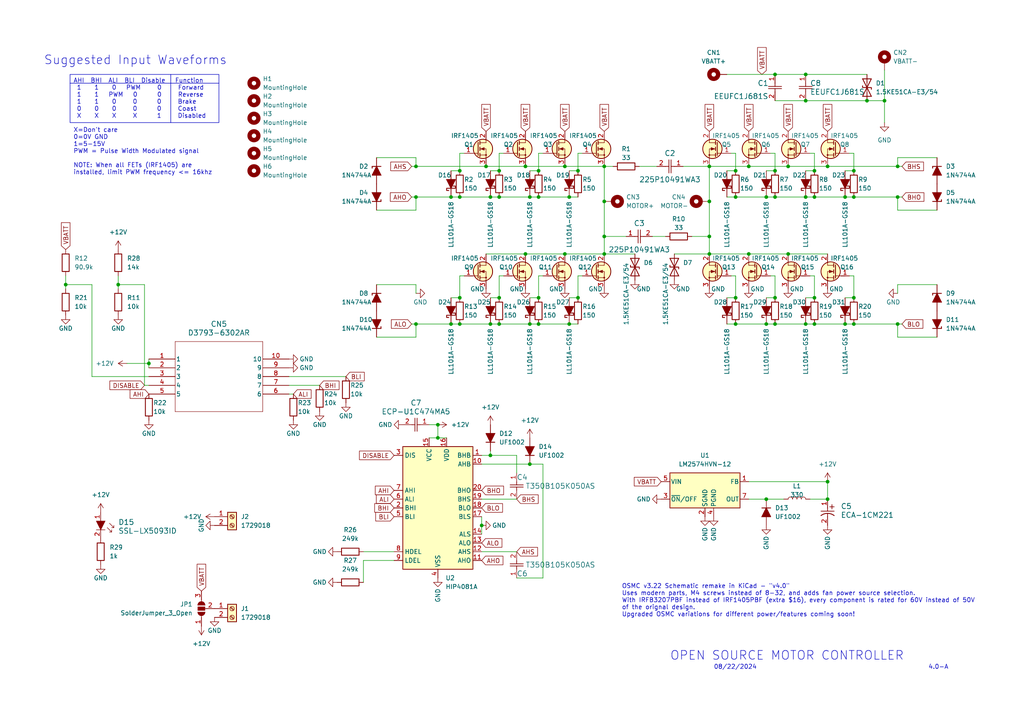
<source format=kicad_sch>
(kicad_sch (version 20230121) (generator eeschema)

  (uuid f7b069f9-0ad6-460f-8c2a-e4b85d53f6b2)

  (paper "A4")

  

  (junction (at 213.36 57.15) (diameter 0) (color 0 0 0 0)
    (uuid 025acf14-32e1-415f-a664-8c97472a6cdd)
  )
  (junction (at 228.6 73.66) (diameter 0) (color 0 0 0 0)
    (uuid 02704675-5ca6-4719-85f2-24c0eafabb38)
  )
  (junction (at 233.68 21.59) (diameter 0) (color 0 0 0 0)
    (uuid 06607565-3bf9-4a59-80d9-1f8bea1e22ab)
  )
  (junction (at 236.22 57.15) (diameter 0) (color 0 0 0 0)
    (uuid 11661071-a0b8-46b3-978b-5ce8838cf803)
  )
  (junction (at 152.4 48.26) (diameter 0) (color 0 0 0 0)
    (uuid 12bc48d4-7d99-4458-85fc-00bdcb3d1ce2)
  )
  (junction (at 140.97 48.26) (diameter 0) (color 0 0 0 0)
    (uuid 13a58cb2-5aa7-43b7-9e5e-b0347081c0a5)
  )
  (junction (at 240.03 139.7) (diameter 0) (color 0 0 0 0)
    (uuid 13f40af4-ba66-488d-8df3-97e11de332fb)
  )
  (junction (at 245.11 57.15) (diameter 0) (color 0 0 0 0)
    (uuid 1fa202ee-3c2f-467e-ae1d-c2c962d563e7)
  )
  (junction (at 233.68 29.21) (diameter 0) (color 0 0 0 0)
    (uuid 201f1ca0-16c0-4355-8f24-d884c67d9d80)
  )
  (junction (at 213.36 49.53) (diameter 0) (color 0 0 0 0)
    (uuid 206dae87-d5c3-4ee2-a7c2-323b40824a05)
  )
  (junction (at 175.26 73.66) (diameter 0) (color 0 0 0 0)
    (uuid 258727ea-eb35-4ed6-91b9-c1055f5ba3fd)
  )
  (junction (at 34.29 82.55) (diameter 0) (color 0 0 0 0)
    (uuid 27826f3e-520f-4ca0-8f7e-635023c40d0c)
  )
  (junction (at 260.35 93.98) (diameter 0) (color 0 0 0 0)
    (uuid 27acec3f-4a8a-4c6a-95cc-70c659e83740)
  )
  (junction (at 130.81 57.15) (diameter 0) (color 0 0 0 0)
    (uuid 2ed55068-9b66-41f5-ae5c-dda30c9be3c4)
  )
  (junction (at 133.35 49.53) (diameter 0) (color 0 0 0 0)
    (uuid 3569dc3d-aef7-45d7-b95b-96d2f0111f45)
  )
  (junction (at 167.64 49.53) (diameter 0) (color 0 0 0 0)
    (uuid 3a77d92e-166a-4b6f-963e-094e186a0e0e)
  )
  (junction (at 205.74 68.58) (diameter 0) (color 0 0 0 0)
    (uuid 3bc3a46e-8528-41ae-8e44-171d7ea60576)
  )
  (junction (at 127 127) (diameter 0) (color 0 0 0 0)
    (uuid 43333256-67bb-4253-9bd9-cd6c52ecafee)
  )
  (junction (at 205.74 73.66) (diameter 0) (color 0 0 0 0)
    (uuid 4923e46e-a959-4c5d-805a-79a3aaffff3e)
  )
  (junction (at 175.26 48.26) (diameter 0) (color 0 0 0 0)
    (uuid 4abe186b-b1a5-405e-b226-1ee40bda55bd)
  )
  (junction (at 224.79 86.36) (diameter 0) (color 0 0 0 0)
    (uuid 55c6972e-206a-4f04-9292-b24bb285a4ac)
  )
  (junction (at 247.65 57.15) (diameter 0) (color 0 0 0 0)
    (uuid 57577724-a0dd-4b2a-8193-2e21b7e5bddd)
  )
  (junction (at 153.67 134.62) (diameter 0) (color 0 0 0 0)
    (uuid 5bcf41ba-0ee0-4ae3-a2a8-905d0a9e2465)
  )
  (junction (at 236.22 86.36) (diameter 0) (color 0 0 0 0)
    (uuid 5f85a2e5-38a0-4fc7-8d79-1f066c63b671)
  )
  (junction (at 247.65 86.36) (diameter 0) (color 0 0 0 0)
    (uuid 604f6250-c415-4e7c-b3ce-fbc0fa3a7840)
  )
  (junction (at 217.17 48.26) (diameter 0) (color 0 0 0 0)
    (uuid 607942f0-61e1-4c50-9dbc-7f5d20fd9fad)
  )
  (junction (at 144.78 86.36) (diameter 0) (color 0 0 0 0)
    (uuid 6395dd2e-775f-4d49-968f-e6a6722c2bcb)
  )
  (junction (at 251.46 29.21) (diameter 0) (color 0 0 0 0)
    (uuid 67428f38-8b6c-453a-8e38-a96466f295f3)
  )
  (junction (at 165.1 57.15) (diameter 0) (color 0 0 0 0)
    (uuid 6750bc75-bc4f-4641-a2b8-013bef48dc88)
  )
  (junction (at 144.78 49.53) (diameter 0) (color 0 0 0 0)
    (uuid 67b4cc44-a73a-46fe-a2be-f8f3bbb45e48)
  )
  (junction (at 213.36 86.36) (diameter 0) (color 0 0 0 0)
    (uuid 683cbf74-d02d-49c0-824a-ada4e2c37d9a)
  )
  (junction (at 156.21 49.53) (diameter 0) (color 0 0 0 0)
    (uuid 68550db4-dd13-48dc-961b-54a3af69fa04)
  )
  (junction (at 224.79 21.59) (diameter 0) (color 0 0 0 0)
    (uuid 6ceccaac-be94-4a60-9aaa-310d7b3a4e96)
  )
  (junction (at 133.35 93.98) (diameter 0) (color 0 0 0 0)
    (uuid 70e8f257-6770-478c-a3fc-9dbcbbd90baf)
  )
  (junction (at 152.4 73.66) (diameter 0) (color 0 0 0 0)
    (uuid 74a52190-aa12-4674-ab09-b37f75f5cf55)
  )
  (junction (at 217.17 73.66) (diameter 0) (color 0 0 0 0)
    (uuid 76b895c0-45fa-41af-a300-ad24ab208e70)
  )
  (junction (at 167.64 86.36) (diameter 0) (color 0 0 0 0)
    (uuid 782e2fff-bc14-49d3-9c42-8b93ec64003d)
  )
  (junction (at 222.25 144.78) (diameter 0) (color 0 0 0 0)
    (uuid 7901b0a4-c91b-402e-a74a-6618170db2fb)
  )
  (junction (at 142.24 93.98) (diameter 0) (color 0 0 0 0)
    (uuid 7bce1f3c-b46e-4793-abb5-f866c8f05381)
  )
  (junction (at 163.83 73.66) (diameter 0) (color 0 0 0 0)
    (uuid 7c648206-50f8-4a18-adb2-be2662a5be2b)
  )
  (junction (at 175.26 68.58) (diameter 0) (color 0 0 0 0)
    (uuid 7d68ddba-e449-4e09-b779-0afef92ded2d)
  )
  (junction (at 233.68 93.98) (diameter 0) (color 0 0 0 0)
    (uuid 807e80fd-676b-457c-9a9c-314faa37d5ae)
  )
  (junction (at 213.36 93.98) (diameter 0) (color 0 0 0 0)
    (uuid 812e6141-aa63-42d5-b578-ac45bfcf9a02)
  )
  (junction (at 156.21 93.98) (diameter 0) (color 0 0 0 0)
    (uuid 870bb29f-4f1d-43c4-9993-961c7b17a82c)
  )
  (junction (at 153.67 57.15) (diameter 0) (color 0 0 0 0)
    (uuid 8b7686ad-4f4b-4d1b-9383-63f51411205c)
  )
  (junction (at 139.7 152.4) (diameter 0) (color 0 0 0 0)
    (uuid 8dbc46da-09fd-4d0d-b0e8-0bae76d8006a)
  )
  (junction (at 163.83 48.26) (diameter 0) (color 0 0 0 0)
    (uuid 906bd40b-17e3-4ce2-a20b-36ee645f9d60)
  )
  (junction (at 133.35 86.36) (diameter 0) (color 0 0 0 0)
    (uuid 93e5087d-6da0-430a-80da-73d7146e2ba4)
  )
  (junction (at 224.79 49.53) (diameter 0) (color 0 0 0 0)
    (uuid 94dbc3ca-7a60-496d-94a1-3a282e7ec11b)
  )
  (junction (at 224.79 57.15) (diameter 0) (color 0 0 0 0)
    (uuid 965c2c72-4ddd-4acc-97ca-afb62ddd2143)
  )
  (junction (at 144.78 93.98) (diameter 0) (color 0 0 0 0)
    (uuid 97952e0d-5b87-4ca5-9948-8c746e052915)
  )
  (junction (at 156.21 57.15) (diameter 0) (color 0 0 0 0)
    (uuid 9882e08c-8780-4beb-b1f2-83942322437e)
  )
  (junction (at 153.67 93.98) (diameter 0) (color 0 0 0 0)
    (uuid 990db89f-808f-4ba0-8aef-02cf23197d83)
  )
  (junction (at 222.25 57.15) (diameter 0) (color 0 0 0 0)
    (uuid a39eac20-1a76-4822-80cd-3cd8477b929c)
  )
  (junction (at 130.81 93.98) (diameter 0) (color 0 0 0 0)
    (uuid aa776aef-8d8f-4866-bd34-8ab546ebf556)
  )
  (junction (at 236.22 49.53) (diameter 0) (color 0 0 0 0)
    (uuid aaf30f4f-d54a-4e62-8f7c-7c83604fc847)
  )
  (junction (at 142.24 132.08) (diameter 0) (color 0 0 0 0)
    (uuid aca2e16e-4cef-4ce1-8584-ebc699b656b2)
  )
  (junction (at 247.65 49.53) (diameter 0) (color 0 0 0 0)
    (uuid ad8eeafe-1da6-4a27-9cc3-64f134aa8a6b)
  )
  (junction (at 222.25 93.98) (diameter 0) (color 0 0 0 0)
    (uuid aee432ef-20eb-463d-8b6c-06b7fc83ab77)
  )
  (junction (at 120.65 93.98) (diameter 0) (color 0 0 0 0)
    (uuid af557a93-053c-43ad-bdad-f9dabbcb6300)
  )
  (junction (at 144.78 57.15) (diameter 0) (color 0 0 0 0)
    (uuid b0ccb202-5dff-4a03-bb96-453f9f2b79f3)
  )
  (junction (at 228.6 48.26) (diameter 0) (color 0 0 0 0)
    (uuid b731b126-460c-4cc7-ab61-335e59451fde)
  )
  (junction (at 127 123.19) (diameter 0) (color 0 0 0 0)
    (uuid bc856460-244c-4d3f-b9c4-94627fe9ada9)
  )
  (junction (at 205.74 58.42) (diameter 0) (color 0 0 0 0)
    (uuid bcec1be8-5b72-475d-83b2-808bd50d5082)
  )
  (junction (at 224.79 93.98) (diameter 0) (color 0 0 0 0)
    (uuid be70a144-bd09-4acb-9a2e-f506d1554664)
  )
  (junction (at 142.24 57.15) (diameter 0) (color 0 0 0 0)
    (uuid c129793c-4e0f-4203-ad86-d705c91f437b)
  )
  (junction (at 256.54 29.21) (diameter 0) (color 0 0 0 0)
    (uuid c4a8f3d2-afe8-4dc7-85a4-d47567ce4802)
  )
  (junction (at 165.1 93.98) (diameter 0) (color 0 0 0 0)
    (uuid c5cb8ad2-7700-4fe8-b0e2-5370e6838ee5)
  )
  (junction (at 19.05 82.55) (diameter 0) (color 0 0 0 0)
    (uuid c7273e3d-f064-4ea1-baed-8199f9874cec)
  )
  (junction (at 240.03 144.78) (diameter 0) (color 0 0 0 0)
    (uuid cbad67db-81b3-4735-b187-6fae3004e6d2)
  )
  (junction (at 120.65 48.26) (diameter 0) (color 0 0 0 0)
    (uuid d371e6f3-5171-4621-a424-aa6c8b389ab5)
  )
  (junction (at 260.35 48.26) (diameter 0) (color 0 0 0 0)
    (uuid d4d8c505-573c-4e6b-a2a8-e094f40dae1d)
  )
  (junction (at 240.03 48.26) (diameter 0) (color 0 0 0 0)
    (uuid d62192e0-08e2-4d07-9189-4f529b589967)
  )
  (junction (at 133.35 57.15) (diameter 0) (color 0 0 0 0)
    (uuid d9311b0a-9cb2-4087-b687-4e149890343c)
  )
  (junction (at 260.35 57.15) (diameter 0) (color 0 0 0 0)
    (uuid d9dbbf84-ac2a-42d0-8fac-fe44384b65c0)
  )
  (junction (at 43.18 105.41) (diameter 0) (color 0 0 0 0)
    (uuid db204eb3-e334-4c9e-8f62-e44d025028cd)
  )
  (junction (at 247.65 93.98) (diameter 0) (color 0 0 0 0)
    (uuid dcee8edb-46a3-4152-b567-edaea9a0ae55)
  )
  (junction (at 245.11 93.98) (diameter 0) (color 0 0 0 0)
    (uuid df702185-ec52-4023-9455-e8484239bc67)
  )
  (junction (at 205.74 48.26) (diameter 0) (color 0 0 0 0)
    (uuid e72f3c52-4cf0-424c-904b-e8a71d5c218f)
  )
  (junction (at 233.68 57.15) (diameter 0) (color 0 0 0 0)
    (uuid e7632a08-862c-456b-b0be-23f3bbd673ad)
  )
  (junction (at 120.65 57.15) (diameter 0) (color 0 0 0 0)
    (uuid f1c77e3e-e5bf-4c8a-a000-8b9796eaf773)
  )
  (junction (at 175.26 58.42) (diameter 0) (color 0 0 0 0)
    (uuid fd5932aa-33c0-4b88-b069-bf3cf1b91a84)
  )
  (junction (at 156.21 86.36) (diameter 0) (color 0 0 0 0)
    (uuid ff0c83b0-e0fa-48eb-9d7d-4d0845161842)
  )
  (junction (at 236.22 93.98) (diameter 0) (color 0 0 0 0)
    (uuid ffcab709-1562-45a8-acfa-f9ae491297e6)
  )

  (wire (pts (xy 198.12 48.26) (xy 205.74 48.26))
    (stroke (width 0) (type default))
    (uuid 010cc39f-ae2b-4595-9666-d717e5677a57)
  )
  (wire (pts (xy 222.25 49.53) (xy 224.79 49.53))
    (stroke (width 0) (type default))
    (uuid 021e64e8-b466-487d-a327-e9cc24724d38)
  )
  (wire (pts (xy 120.65 45.72) (xy 120.65 48.26))
    (stroke (width 0) (type default))
    (uuid 025866cf-3998-4e00-bdf6-2be24dcabc2a)
  )
  (wire (pts (xy 142.24 57.15) (xy 144.78 57.15))
    (stroke (width 0) (type default))
    (uuid 028f01e3-33c5-4807-8669-6384e71e19ae)
  )
  (wire (pts (xy 133.35 44.45) (xy 133.35 49.53))
    (stroke (width 0) (type default))
    (uuid 02bcea26-70b7-4642-ab4b-3604f380e6fa)
  )
  (wire (pts (xy 224.79 93.98) (xy 233.68 93.98))
    (stroke (width 0) (type default))
    (uuid 02c2add2-17f4-41ac-8e57-b9675721f000)
  )
  (wire (pts (xy 149.86 144.78) (xy 139.7 144.78))
    (stroke (width 0) (type default))
    (uuid 07ed14e2-434d-4350-af89-d572d615ad6a)
  )
  (wire (pts (xy 157.48 134.62) (xy 157.48 167.64))
    (stroke (width 0) (type default))
    (uuid 08c4990f-878c-4c07-8e25-76357557d3e4)
  )
  (wire (pts (xy 163.83 73.66) (xy 175.26 73.66))
    (stroke (width 0) (type default))
    (uuid 09c83a13-b542-4816-8ad9-465b8afe9f1c)
  )
  (wire (pts (xy 120.65 48.26) (xy 140.97 48.26))
    (stroke (width 0) (type default))
    (uuid 0a0183e5-9203-40e4-95e7-7f8ca68271cc)
  )
  (wire (pts (xy 213.36 57.15) (xy 222.25 57.15))
    (stroke (width 0) (type default))
    (uuid 0a4ca37e-9f39-4765-b8e2-a00fb962c6af)
  )
  (wire (pts (xy 175.26 58.42) (xy 175.26 68.58))
    (stroke (width 0) (type default))
    (uuid 0a7f5e29-8138-42cd-8b6e-86ea56b137dd)
  )
  (wire (pts (xy 205.74 73.66) (xy 217.17 73.66))
    (stroke (width 0) (type default))
    (uuid 0b3c8ef4-5c73-4d29-8350-4e7f819ab04a)
  )
  (wire (pts (xy 144.78 80.01) (xy 144.78 86.36))
    (stroke (width 0) (type default))
    (uuid 0e5f0b78-ee55-4316-b27a-63f5467b70e2)
  )
  (wire (pts (xy 127 127) (xy 129.54 127))
    (stroke (width 0) (type default))
    (uuid 0ebbf43a-fb74-4b78-b489-4a0afe58ff4a)
  )
  (wire (pts (xy 83.82 109.22) (xy 100.33 109.22))
    (stroke (width 0) (type default))
    (uuid 11642141-fd9d-4a88-b1b8-2ae81e3b06c1)
  )
  (wire (pts (xy 224.79 21.59) (xy 233.68 21.59))
    (stroke (width 0) (type default))
    (uuid 11b8d980-09ab-47b9-b1ca-cbe674bf0cad)
  )
  (wire (pts (xy 222.25 144.78) (xy 227.33 144.78))
    (stroke (width 0) (type default))
    (uuid 129b7516-1203-4d7f-8bbe-6266e97a4adb)
  )
  (wire (pts (xy 133.35 80.01) (xy 133.35 86.36))
    (stroke (width 0) (type default))
    (uuid 12d6d67c-fde5-42fa-a86c-2d0aa7956fcf)
  )
  (wire (pts (xy 210.82 93.98) (xy 213.36 93.98))
    (stroke (width 0) (type default))
    (uuid 12e6275d-d25c-4f9c-8484-a62b9714b5e2)
  )
  (wire (pts (xy 256.54 29.21) (xy 256.54 20.32))
    (stroke (width 0) (type default))
    (uuid 14a1d62a-79e2-49ae-a2d2-324d3d86b5c6)
  )
  (wire (pts (xy 245.11 49.53) (xy 247.65 49.53))
    (stroke (width 0) (type default))
    (uuid 14bf6fc8-391d-49f7-bd03-cbf0cf595911)
  )
  (wire (pts (xy 228.6 48.26) (xy 240.03 48.26))
    (stroke (width 0) (type default))
    (uuid 198ccd09-8a0f-44fe-9a78-82fc3a4f8214)
  )
  (wire (pts (xy 109.22 97.79) (xy 120.65 97.79))
    (stroke (width 0) (type default))
    (uuid 1b1d085e-9a71-4ea7-87d6-da530ad1c6d6)
  )
  (wire (pts (xy 185.42 48.26) (xy 190.5 48.26))
    (stroke (width 0) (type default))
    (uuid 1d8fec0b-8b15-4286-80c2-6300fd17f210)
  )
  (wire (pts (xy 133.35 93.98) (xy 142.24 93.98))
    (stroke (width 0) (type default))
    (uuid 1e8e59fd-e881-4460-86f3-037fd4b47ba8)
  )
  (wire (pts (xy 124.46 127) (xy 127 127))
    (stroke (width 0) (type default))
    (uuid 211093f7-0e83-4410-a6a0-c6f59cc0b22c)
  )
  (wire (pts (xy 153.67 57.15) (xy 156.21 57.15))
    (stroke (width 0) (type default))
    (uuid 22c9edbb-e996-45fd-889b-d69649d484ae)
  )
  (wire (pts (xy 139.7 134.62) (xy 153.67 134.62))
    (stroke (width 0) (type default))
    (uuid 22f3a632-2c7e-44e0-a702-300d3efbeb52)
  )
  (wire (pts (xy 19.05 82.55) (xy 19.05 83.82))
    (stroke (width 0) (type default))
    (uuid 22f8458c-172e-4d85-bcf7-09f29e7d32c3)
  )
  (wire (pts (xy 217.17 144.78) (xy 222.25 144.78))
    (stroke (width 0) (type default))
    (uuid 23597f57-a141-45bb-bf3f-20e8bce164d6)
  )
  (wire (pts (xy 156.21 44.45) (xy 156.21 49.53))
    (stroke (width 0) (type default))
    (uuid 239640ee-9982-4f05-88af-a362f96d0b49)
  )
  (wire (pts (xy 210.82 49.53) (xy 213.36 49.53))
    (stroke (width 0) (type default))
    (uuid 262dd982-5b7a-4e47-93d5-ef00ad80c4a2)
  )
  (wire (pts (xy 213.36 93.98) (xy 222.25 93.98))
    (stroke (width 0) (type default))
    (uuid 26cf2e9c-7932-4628-aac4-7f3e67de6d42)
  )
  (wire (pts (xy 247.65 44.45) (xy 247.65 49.53))
    (stroke (width 0) (type default))
    (uuid 2af32047-303b-4b75-9d72-37f389f26a71)
  )
  (wire (pts (xy 152.4 73.66) (xy 163.83 73.66))
    (stroke (width 0) (type default))
    (uuid 2b153614-a26c-430e-be5c-f2227f759ca5)
  )
  (wire (pts (xy 233.68 29.21) (xy 251.46 29.21))
    (stroke (width 0) (type default))
    (uuid 2c7774ec-d847-40af-9f87-daacda6a6a25)
  )
  (wire (pts (xy 271.78 45.72) (xy 260.35 45.72))
    (stroke (width 0) (type default))
    (uuid 2ddc569f-2f9a-4caf-8985-ce28630b5739)
  )
  (wire (pts (xy 130.81 49.53) (xy 133.35 49.53))
    (stroke (width 0) (type default))
    (uuid 2f8ba521-49de-4bab-b1ee-d50f060e9d1f)
  )
  (wire (pts (xy 233.68 49.53) (xy 236.22 49.53))
    (stroke (width 0) (type default))
    (uuid 2fa1eb96-f2c8-4c19-a925-bd5141346714)
  )
  (wire (pts (xy 210.82 21.59) (xy 224.79 21.59))
    (stroke (width 0) (type default))
    (uuid 3031836a-f30d-4977-afa0-a1daca7ada7f)
  )
  (wire (pts (xy 139.7 160.02) (xy 149.86 160.02))
    (stroke (width 0) (type default))
    (uuid 3032ea66-3ec0-4b8d-8986-d0a2fb2cdaf4)
  )
  (wire (pts (xy 130.81 86.36) (xy 133.35 86.36))
    (stroke (width 0) (type default))
    (uuid 3053c074-d497-4dc8-93fb-5d1055d09d69)
  )
  (wire (pts (xy 120.65 60.96) (xy 120.65 57.15))
    (stroke (width 0) (type default))
    (uuid 332520ea-4df3-475f-b85c-5e8275013457)
  )
  (wire (pts (xy 240.03 144.78) (xy 240.03 139.7))
    (stroke (width 0) (type default))
    (uuid 34658301-3404-4e22-a63f-260f861370c1)
  )
  (wire (pts (xy 260.35 57.15) (xy 261.62 57.15))
    (stroke (width 0) (type default))
    (uuid 3613e393-ef2b-4520-bd9c-9185f79bc088)
  )
  (wire (pts (xy 109.22 45.72) (xy 120.65 45.72))
    (stroke (width 0) (type default))
    (uuid 37c9fbbd-29f0-471c-8872-e7a0ba39914d)
  )
  (wire (pts (xy 175.26 68.58) (xy 175.26 73.66))
    (stroke (width 0) (type default))
    (uuid 39635b7b-4848-4442-a804-566a546f95a6)
  )
  (wire (pts (xy 217.17 73.66) (xy 228.6 73.66))
    (stroke (width 0) (type default))
    (uuid 3a0e46d0-ba9d-48e6-8ab0-19fa44a153fd)
  )
  (wire (pts (xy 34.29 82.55) (xy 34.29 83.82))
    (stroke (width 0) (type default))
    (uuid 3bf7547b-8b99-4d0e-a49c-4234c7fe2b36)
  )
  (wire (pts (xy 167.64 44.45) (xy 167.64 49.53))
    (stroke (width 0) (type default))
    (uuid 3db56e52-26ea-45a6-9659-ec81bbf154c3)
  )
  (wire (pts (xy 213.36 80.01) (xy 213.36 86.36))
    (stroke (width 0) (type default))
    (uuid 3e90f2af-d1f5-4ac4-99cb-5d7c582c930c)
  )
  (wire (pts (xy 19.05 80.01) (xy 19.05 82.55))
    (stroke (width 0) (type default))
    (uuid 3eda099b-0a8a-4984-b4c7-2bcfd9a99343)
  )
  (wire (pts (xy 144.78 57.15) (xy 153.67 57.15))
    (stroke (width 0) (type default))
    (uuid 441b0a15-3b9b-4f9f-becb-7a1c1fdb3430)
  )
  (wire (pts (xy 175.26 48.26) (xy 177.8 48.26))
    (stroke (width 0) (type default))
    (uuid 44fc28b4-48c4-438f-be96-36b0046af272)
  )
  (wire (pts (xy 245.11 57.15) (xy 247.65 57.15))
    (stroke (width 0) (type default))
    (uuid 47e3ea88-798a-49d0-acd0-9a0aaadb17c9)
  )
  (wire (pts (xy 119.38 93.98) (xy 120.65 93.98))
    (stroke (width 0) (type default))
    (uuid 4a3b0134-1d13-4b4c-a80e-8fd90b670972)
  )
  (wire (pts (xy 43.18 105.41) (xy 43.18 106.68))
    (stroke (width 0) (type default))
    (uuid 4f2950a5-8b5e-4904-a039-c91ce4d81fa6)
  )
  (wire (pts (xy 34.29 82.55) (xy 41.91 82.55))
    (stroke (width 0) (type default))
    (uuid 50c0ddf6-cfbf-420c-b735-5beae33a08d4)
  )
  (wire (pts (xy 34.29 80.01) (xy 34.29 82.55))
    (stroke (width 0) (type default))
    (uuid 5284519d-a1ca-406b-814a-2ddba2d366cb)
  )
  (wire (pts (xy 167.64 80.01) (xy 167.64 86.36))
    (stroke (width 0) (type default))
    (uuid 542cf0a3-b197-49ca-b1c4-e5dd8798481b)
  )
  (wire (pts (xy 205.74 68.58) (xy 205.74 73.66))
    (stroke (width 0) (type default))
    (uuid 559d2474-150e-4bdc-98e7-b996ed1e304b)
  )
  (wire (pts (xy 140.97 73.66) (xy 152.4 73.66))
    (stroke (width 0) (type default))
    (uuid 565e974a-2e8e-4f81-a500-72abc4a11ac7)
  )
  (wire (pts (xy 41.91 111.76) (xy 43.18 111.76))
    (stroke (width 0) (type default))
    (uuid 575c6b6d-4baa-49ca-a3ef-6fb828de2422)
  )
  (wire (pts (xy 139.7 152.4) (xy 139.7 154.94))
    (stroke (width 0) (type default))
    (uuid 5bc1ff1f-4f8e-4010-9cfd-14d0d6f5d3f4)
  )
  (wire (pts (xy 168.91 44.45) (xy 167.64 44.45))
    (stroke (width 0) (type default))
    (uuid 5c702e8a-cb2f-47fb-b41b-7365b9dfd3e2)
  )
  (wire (pts (xy 139.7 149.86) (xy 139.7 152.4))
    (stroke (width 0) (type default))
    (uuid 5c89a1f6-a336-4540-b875-7cd3e4607ac5)
  )
  (wire (pts (xy 205.74 68.58) (xy 205.74 58.42))
    (stroke (width 0) (type default))
    (uuid 5e7cb83d-5d49-4c73-acbd-db32c5ab26af)
  )
  (wire (pts (xy 144.78 93.98) (xy 153.67 93.98))
    (stroke (width 0) (type default))
    (uuid 5f16d1e8-3367-47a0-b3df-a7f2cef4613d)
  )
  (wire (pts (xy 233.68 86.36) (xy 236.22 86.36))
    (stroke (width 0) (type default))
    (uuid 602555d4-16dd-4f92-8ce0-7e1f97e2b7c4)
  )
  (wire (pts (xy 224.79 29.21) (xy 233.68 29.21))
    (stroke (width 0) (type default))
    (uuid 6259fc0e-e72e-46da-97d2-a391480e760c)
  )
  (wire (pts (xy 260.35 60.96) (xy 271.78 60.96))
    (stroke (width 0) (type default))
    (uuid 66133128-d1b3-4035-ad48-6a93fdac5b66)
  )
  (wire (pts (xy 213.36 44.45) (xy 213.36 49.53))
    (stroke (width 0) (type default))
    (uuid 68794e08-1f2b-4d4a-9acd-a134f0adb613)
  )
  (wire (pts (xy 119.38 48.26) (xy 120.65 48.26))
    (stroke (width 0) (type default))
    (uuid 69e1e9f3-4526-439c-a481-fbab5131f736)
  )
  (wire (pts (xy 168.91 80.01) (xy 167.64 80.01))
    (stroke (width 0) (type default))
    (uuid 6a116300-5cab-4e22-8a3e-c338cf5f50d7)
  )
  (wire (pts (xy 222.25 93.98) (xy 224.79 93.98))
    (stroke (width 0) (type default))
    (uuid 6adacc73-1e50-4236-bb7e-eed0528716f3)
  )
  (wire (pts (xy 175.26 68.58) (xy 181.61 68.58))
    (stroke (width 0) (type default))
    (uuid 6c450324-6963-4741-9731-4662271b15f9)
  )
  (wire (pts (xy 234.95 80.01) (xy 236.22 80.01))
    (stroke (width 0) (type default))
    (uuid 6c4af037-e891-46df-b636-88050945af1b)
  )
  (wire (pts (xy 260.35 93.98) (xy 260.35 97.79))
    (stroke (width 0) (type default))
    (uuid 6cfe5845-1281-4b9d-a987-f89edc5ba9fa)
  )
  (wire (pts (xy 236.22 44.45) (xy 236.22 49.53))
    (stroke (width 0) (type default))
    (uuid 6e0525ee-da69-4710-8c2d-8c0a9b5e9ead)
  )
  (wire (pts (xy 43.18 104.14) (xy 43.18 105.41))
    (stroke (width 0) (type default))
    (uuid 70254696-4c47-4497-983e-b33dbae53df6)
  )
  (wire (pts (xy 236.22 93.98) (xy 245.11 93.98))
    (stroke (width 0) (type default))
    (uuid 741410b5-31b5-49cf-a5d0-decfb48f2ded)
  )
  (wire (pts (xy 175.26 73.66) (xy 184.15 73.66))
    (stroke (width 0) (type default))
    (uuid 7621fd19-d9d7-43ed-9fe3-041151fdd034)
  )
  (wire (pts (xy 133.35 57.15) (xy 142.24 57.15))
    (stroke (width 0) (type default))
    (uuid 77f41ba0-b1e5-4f18-bad3-43a2b20f5d68)
  )
  (wire (pts (xy 120.65 57.15) (xy 130.81 57.15))
    (stroke (width 0) (type default))
    (uuid 7826e336-63c2-4224-b6b7-03908cb9c2f9)
  )
  (wire (pts (xy 19.05 82.55) (xy 26.67 82.55))
    (stroke (width 0) (type default))
    (uuid 79459752-c774-4c6d-ae49-bc57797eee42)
  )
  (wire (pts (xy 41.91 82.55) (xy 41.91 111.76))
    (stroke (width 0) (type default))
    (uuid 7b027871-a69c-41cb-8dbf-e2aab6e8c4b1)
  )
  (wire (pts (xy 144.78 44.45) (xy 144.78 49.53))
    (stroke (width 0) (type default))
    (uuid 7da75969-a501-4491-b717-7eecae18b50e)
  )
  (wire (pts (xy 175.26 48.26) (xy 175.26 58.42))
    (stroke (width 0) (type default))
    (uuid 7f2fd456-43e3-4acf-b35b-369773e70982)
  )
  (wire (pts (xy 222.25 57.15) (xy 224.79 57.15))
    (stroke (width 0) (type default))
    (uuid 7f3c6e1a-9673-4686-8376-9975fb9210ce)
  )
  (wire (pts (xy 153.67 86.36) (xy 156.21 86.36))
    (stroke (width 0) (type default))
    (uuid 804b49e1-e64f-4205-b9aa-85015f4c69a1)
  )
  (wire (pts (xy 260.35 48.26) (xy 240.03 48.26))
    (stroke (width 0) (type default))
    (uuid 833d8c75-98d4-48b2-a7c8-8b096ed1d164)
  )
  (wire (pts (xy 157.48 44.45) (xy 156.21 44.45))
    (stroke (width 0) (type default))
    (uuid 8513bac6-12f6-4dd6-b275-9657fda0d7eb)
  )
  (wire (pts (xy 224.79 57.15) (xy 233.68 57.15))
    (stroke (width 0) (type default))
    (uuid 86f8981d-efd6-49b6-af5d-464d12c32b2c)
  )
  (wire (pts (xy 114.3 162.56) (xy 105.41 162.56))
    (stroke (width 0) (type default))
    (uuid 88367d5f-bb6e-4e77-87b4-87cfe703da6b)
  )
  (wire (pts (xy 142.24 130.81) (xy 142.24 132.08))
    (stroke (width 0) (type default))
    (uuid 89ed9454-cde9-44ab-ac79-d3ef39edd34b)
  )
  (wire (pts (xy 260.35 93.98) (xy 261.62 93.98))
    (stroke (width 0) (type default))
    (uuid 8af7d76d-0393-4dac-ac49-7406ea367e3e)
  )
  (wire (pts (xy 163.83 48.26) (xy 175.26 48.26))
    (stroke (width 0) (type default))
    (uuid 8c2670ea-2ad3-4117-85c1-ad898571b966)
  )
  (wire (pts (xy 205.74 48.26) (xy 217.17 48.26))
    (stroke (width 0) (type default))
    (uuid 8c76b99a-1c1b-4b0b-a592-7affee7f743b)
  )
  (wire (pts (xy 156.21 80.01) (xy 156.21 86.36))
    (stroke (width 0) (type default))
    (uuid 8c8a46e3-d8fc-4e3e-aac8-267854d174e7)
  )
  (wire (pts (xy 228.6 73.66) (xy 240.03 73.66))
    (stroke (width 0) (type default))
    (uuid 8dcbad67-0f10-47c9-a3dc-4287a3e0e02a)
  )
  (wire (pts (xy 260.35 57.15) (xy 260.35 60.96))
    (stroke (width 0) (type default))
    (uuid 8dfdad0c-f6b0-496e-bf0b-70ea67ec0ba1)
  )
  (wire (pts (xy 140.97 48.26) (xy 152.4 48.26))
    (stroke (width 0) (type default))
    (uuid 8e32d773-6516-45b8-8269-dd508c10236a)
  )
  (wire (pts (xy 153.67 49.53) (xy 156.21 49.53))
    (stroke (width 0) (type default))
    (uuid 8fd1624f-8183-41ab-9073-3fdcd1aaedbb)
  )
  (wire (pts (xy 236.22 80.01) (xy 236.22 86.36))
    (stroke (width 0) (type default))
    (uuid 8ffad921-b141-4209-9690-2ef120e0d6ed)
  )
  (wire (pts (xy 260.35 45.72) (xy 260.35 48.26))
    (stroke (width 0) (type default))
    (uuid 90fdf039-51b1-4dc7-acce-99ae3c394c29)
  )
  (wire (pts (xy 130.81 93.98) (xy 133.35 93.98))
    (stroke (width 0) (type default))
    (uuid 937ac4e6-ca6e-4919-aefb-78811a2f702b)
  )
  (wire (pts (xy 146.05 80.01) (xy 144.78 80.01))
    (stroke (width 0) (type default))
    (uuid 93fe7a1e-f82d-4519-8ef7-0df048eb568d)
  )
  (wire (pts (xy 142.24 86.36) (xy 144.78 86.36))
    (stroke (width 0) (type default))
    (uuid 94005f45-1ceb-4a13-89e6-9b26e48721ad)
  )
  (wire (pts (xy 105.41 160.02) (xy 114.3 160.02))
    (stroke (width 0) (type default))
    (uuid 951336c6-0114-41b5-ac8c-7a4b70a19502)
  )
  (wire (pts (xy 153.67 93.98) (xy 156.21 93.98))
    (stroke (width 0) (type default))
    (uuid 95c1141c-8480-4fea-a52c-6fec767777f8)
  )
  (wire (pts (xy 156.21 57.15) (xy 165.1 57.15))
    (stroke (width 0) (type default))
    (uuid 96ddc2da-1823-4734-a37b-4014876ea0cd)
  )
  (wire (pts (xy 36.83 105.41) (xy 43.18 105.41))
    (stroke (width 0) (type default))
    (uuid 97a0fb5b-a002-4f28-8539-9129c7b970c3)
  )
  (wire (pts (xy 105.41 162.56) (xy 105.41 168.91))
    (stroke (width 0) (type default))
    (uuid 988450a8-3dd2-4734-876d-a8a8732a0d5c)
  )
  (wire (pts (xy 142.24 93.98) (xy 144.78 93.98))
    (stroke (width 0) (type default))
    (uuid 9a235fe6-00cd-4ef8-be0c-2cb411c70295)
  )
  (wire (pts (xy 210.82 57.15) (xy 213.36 57.15))
    (stroke (width 0) (type default))
    (uuid 9e47e6a1-6e28-458a-927e-af9b1e6ac754)
  )
  (wire (pts (xy 200.66 68.58) (xy 205.74 68.58))
    (stroke (width 0) (type default))
    (uuid a01e9c86-b06a-4cd3-81aa-ca2171b587c5)
  )
  (wire (pts (xy 247.65 80.01) (xy 247.65 86.36))
    (stroke (width 0) (type default))
    (uuid a0d40fa7-3280-46e7-b898-3645cc0e4129)
  )
  (wire (pts (xy 234.95 144.78) (xy 240.03 144.78))
    (stroke (width 0) (type default))
    (uuid ab30dfa6-df20-4ba0-888b-4c37fd58b536)
  )
  (wire (pts (xy 193.04 68.58) (xy 189.23 68.58))
    (stroke (width 0) (type default))
    (uuid ab469b24-a13e-499c-8100-89221fd9ac8d)
  )
  (wire (pts (xy 271.78 82.55) (xy 260.35 82.55))
    (stroke (width 0) (type default))
    (uuid abf7a5b9-bc58-44ce-87ae-405dc6a9f107)
  )
  (wire (pts (xy 142.24 49.53) (xy 144.78 49.53))
    (stroke (width 0) (type default))
    (uuid ae9c0784-d4a7-46e2-a762-e459056f24a8)
  )
  (wire (pts (xy 26.67 109.22) (xy 43.18 109.22))
    (stroke (width 0) (type default))
    (uuid af56e300-9506-4773-9819-9a4eb54846d8)
  )
  (wire (pts (xy 224.79 44.45) (xy 224.79 49.53))
    (stroke (width 0) (type default))
    (uuid b371ccc4-f92f-49c2-a8bb-bfa2607d26e8)
  )
  (wire (pts (xy 245.11 86.36) (xy 247.65 86.36))
    (stroke (width 0) (type default))
    (uuid b393961b-de9a-47fd-9434-20be242bd06f)
  )
  (wire (pts (xy 256.54 35.56) (xy 256.54 29.21))
    (stroke (width 0) (type default))
    (uuid bbddd748-f466-4bf0-b67b-f46fe16fe20f)
  )
  (wire (pts (xy 120.65 82.55) (xy 120.65 85.09))
    (stroke (width 0) (type default))
    (uuid bd69fdff-c94c-4882-a90e-331253d5809e)
  )
  (wire (pts (xy 153.67 134.62) (xy 157.48 134.62))
    (stroke (width 0) (type default))
    (uuid bd952d3b-4a64-43ac-ae41-a84286c8a5b0)
  )
  (wire (pts (xy 212.09 44.45) (xy 213.36 44.45))
    (stroke (width 0) (type default))
    (uuid c45cd636-bf7b-4011-8f35-1beec8505762)
  )
  (wire (pts (xy 247.65 93.98) (xy 260.35 93.98))
    (stroke (width 0) (type default))
    (uuid c4f85c78-b1e8-4777-83e5-71476d948fa5)
  )
  (wire (pts (xy 157.48 80.01) (xy 156.21 80.01))
    (stroke (width 0) (type default))
    (uuid c651e404-e1e7-4b3d-90be-075e13bbc77d)
  )
  (wire (pts (xy 83.82 114.3) (xy 85.09 114.3))
    (stroke (width 0) (type default))
    (uuid c6e91e5f-ec5b-4e3a-b071-c6161c7437de)
  )
  (wire (pts (xy 156.21 93.98) (xy 165.1 93.98))
    (stroke (width 0) (type default))
    (uuid c9fc3b0f-4b92-4d46-842b-922ad5c905ed)
  )
  (wire (pts (xy 246.38 44.45) (xy 247.65 44.45))
    (stroke (width 0) (type default))
    (uuid ce87b1dd-f6b9-4524-bf99-1a30831106f6)
  )
  (wire (pts (xy 210.82 86.36) (xy 213.36 86.36))
    (stroke (width 0) (type default))
    (uuid cf30867b-c61b-4824-9d2d-cdd0d9fb957c)
  )
  (wire (pts (xy 134.62 80.01) (xy 133.35 80.01))
    (stroke (width 0) (type default))
    (uuid cf9fc007-bee7-43d1-a030-f8e8f98e8eef)
  )
  (wire (pts (xy 127 123.19) (xy 124.46 123.19))
    (stroke (width 0) (type default))
    (uuid d001685d-8407-49bb-abce-c6a7d2b63d79)
  )
  (wire (pts (xy 223.52 80.01) (xy 224.79 80.01))
    (stroke (width 0) (type default))
    (uuid d0221c9e-da1d-4cdd-8fb8-d7abbd9d6b96)
  )
  (wire (pts (xy 260.35 97.79) (xy 271.78 97.79))
    (stroke (width 0) (type default))
    (uuid d03dede9-80ed-4d49-a793-3cbaa844f06a)
  )
  (wire (pts (xy 127 127) (xy 127 123.19))
    (stroke (width 0) (type default))
    (uuid d1e38a51-4654-4cf8-9760-69b32da25f13)
  )
  (wire (pts (xy 109.22 60.96) (xy 120.65 60.96))
    (stroke (width 0) (type default))
    (uuid d2648307-2baa-4ac3-877f-ee5d9547e04c)
  )
  (wire (pts (xy 233.68 93.98) (xy 236.22 93.98))
    (stroke (width 0) (type default))
    (uuid d3250867-6ded-4e40-9f0e-f7baec5bf149)
  )
  (wire (pts (xy 130.81 57.15) (xy 133.35 57.15))
    (stroke (width 0) (type default))
    (uuid d4e2edc1-9c08-479e-a727-f1b5c17930cd)
  )
  (wire (pts (xy 165.1 49.53) (xy 167.64 49.53))
    (stroke (width 0) (type default))
    (uuid d5942d2f-1405-41fb-8e88-d68b8b4f2472)
  )
  (wire (pts (xy 233.68 57.15) (xy 236.22 57.15))
    (stroke (width 0) (type default))
    (uuid d5c5dbbb-e149-466f-942b-75e1c445b482)
  )
  (wire (pts (xy 234.95 44.45) (xy 236.22 44.45))
    (stroke (width 0) (type default))
    (uuid d65b6ed3-e004-4665-a82a-981875a83734)
  )
  (wire (pts (xy 165.1 93.98) (xy 167.64 93.98))
    (stroke (width 0) (type default))
    (uuid d74c66f5-1837-4fbe-9d95-3b8e7596f8c0)
  )
  (wire (pts (xy 233.68 21.59) (xy 251.46 21.59))
    (stroke (width 0) (type default))
    (uuid d7d9e24c-ddc0-402e-8bcc-d887050743fe)
  )
  (wire (pts (xy 120.65 97.79) (xy 120.65 93.98))
    (stroke (width 0) (type default))
    (uuid d874216e-89b0-4dfb-9a3c-5d054790348f)
  )
  (wire (pts (xy 157.48 167.64) (xy 149.86 167.64))
    (stroke (width 0) (type default))
    (uuid d8942dea-c5ca-49eb-b6d1-5f2fc2561e70)
  )
  (wire (pts (xy 26.67 82.55) (xy 26.67 109.22))
    (stroke (width 0) (type default))
    (uuid d9110534-ca3b-4bdc-ad48-c994abeb5cad)
  )
  (wire (pts (xy 245.11 93.98) (xy 247.65 93.98))
    (stroke (width 0) (type default))
    (uuid db27ce1c-4bf0-4792-82a7-208edcfa7c0f)
  )
  (wire (pts (xy 205.74 48.26) (xy 205.74 58.42))
    (stroke (width 0) (type default))
    (uuid dce4ab48-1b07-4109-9972-2ea87dff5a1a)
  )
  (wire (pts (xy 236.22 57.15) (xy 245.11 57.15))
    (stroke (width 0) (type default))
    (uuid de588f6a-f9fa-476c-a000-c5c2d591be13)
  )
  (wire (pts (xy 165.1 86.36) (xy 167.64 86.36))
    (stroke (width 0) (type default))
    (uuid e57f6713-29b4-447d-a580-293eebf667b8)
  )
  (wire (pts (xy 149.86 132.08) (xy 149.86 137.16))
    (stroke (width 0) (type default))
    (uuid e6f8fb64-03f7-436e-9f4c-7ecb043dc7c6)
  )
  (wire (pts (xy 223.52 44.45) (xy 224.79 44.45))
    (stroke (width 0) (type default))
    (uuid e71ffb42-cf6c-4bf7-8047-48c5c3765572)
  )
  (wire (pts (xy 119.38 57.15) (xy 120.65 57.15))
    (stroke (width 0) (type default))
    (uuid e8140bcf-5cbe-4fbf-8f87-8dc0e65a7a4b)
  )
  (wire (pts (xy 224.79 80.01) (xy 224.79 86.36))
    (stroke (width 0) (type default))
    (uuid e81a8885-5be7-4ac8-8f41-2e013dbdf878)
  )
  (wire (pts (xy 260.35 82.55) (xy 260.35 85.09))
    (stroke (width 0) (type default))
    (uuid e9ab3484-1948-491c-bc15-f5ec8ea8509b)
  )
  (wire (pts (xy 109.22 82.55) (xy 120.65 82.55))
    (stroke (width 0) (type default))
    (uuid f08123b5-b996-431b-a775-5a8c4b60e489)
  )
  (wire (pts (xy 152.4 48.26) (xy 163.83 48.26))
    (stroke (width 0) (type default))
    (uuid f131b9f6-259c-41f5-b847-2b4f17bf44c6)
  )
  (wire (pts (xy 212.09 80.01) (xy 213.36 80.01))
    (stroke (width 0) (type default))
    (uuid f21294ac-f6b9-4032-839d-d4883fabb1b7)
  )
  (wire (pts (xy 146.05 44.45) (xy 144.78 44.45))
    (stroke (width 0) (type default))
    (uuid f28f8e53-3170-41fe-977d-71d846f5b479)
  )
  (wire (pts (xy 251.46 29.21) (xy 256.54 29.21))
    (stroke (width 0) (type default))
    (uuid f33e84c0-44e8-4173-923b-c206dbc7b363)
  )
  (wire (pts (xy 134.62 44.45) (xy 133.35 44.45))
    (stroke (width 0) (type default))
    (uuid f3411c2f-2ca4-4aeb-b3e8-053be1815b75)
  )
  (wire (pts (xy 246.38 80.01) (xy 247.65 80.01))
    (stroke (width 0) (type default))
    (uuid f4b21047-e2dd-43bc-b7c7-d27874ef67c2)
  )
  (wire (pts (xy 261.62 48.26) (xy 260.35 48.26))
    (stroke (width 0) (type default))
    (uuid f4d6000b-5ddb-42c2-a3fe-6b151351f235)
  )
  (wire (pts (xy 217.17 48.26) (xy 228.6 48.26))
    (stroke (width 0) (type default))
    (uuid f5af9f20-15c0-4883-966d-e92aa99bc744)
  )
  (wire (pts (xy 149.86 132.08) (xy 142.24 132.08))
    (stroke (width 0) (type default))
    (uuid f6627ac0-ca2d-459c-9c8a-ab7d99faafb8)
  )
  (wire (pts (xy 195.58 73.66) (xy 205.74 73.66))
    (stroke (width 0) (type default))
    (uuid f6d07f47-e779-4393-b2fe-71a235474dae)
  )
  (wire (pts (xy 165.1 57.15) (xy 167.64 57.15))
    (stroke (width 0) (type default))
    (uuid f807f8b3-954b-485f-a401-03e7391e3405)
  )
  (wire (pts (xy 240.03 139.7) (xy 217.17 139.7))
    (stroke (width 0) (type default))
    (uuid f874e691-5b7b-4305-8e7f-b8bb5e7b44e5)
  )
  (wire (pts (xy 142.24 132.08) (xy 139.7 132.08))
    (stroke (width 0) (type default))
    (uuid f89640c3-c3b7-4aa6-8525-3ea766ecde37)
  )
  (wire (pts (xy 247.65 57.15) (xy 260.35 57.15))
    (stroke (width 0) (type default))
    (uuid f8bb1cf2-0255-4848-881f-cfdcb4f451f8)
  )
  (wire (pts (xy 120.65 93.98) (xy 130.81 93.98))
    (stroke (width 0) (type default))
    (uuid fd008aeb-81a6-4a6a-b27f-942293101193)
  )
  (wire (pts (xy 83.82 111.76) (xy 92.71 111.76))
    (stroke (width 0) (type default))
    (uuid fd2195ab-90bc-4565-8a09-cb1c04f886f3)
  )
  (wire (pts (xy 222.25 86.36) (xy 224.79 86.36))
    (stroke (width 0) (type default))
    (uuid fdd7ea83-2191-4e65-97ae-887740531405)
  )

  (rectangle (start 49.53 21.59) (end 49.53 35.56)
    (stroke (width 0) (type default))
    (fill (type none))
    (uuid 6609ba4d-23f2-403d-9c98-55294c4c954f)
  )
  (rectangle (start 20.32 24.13) (end 63.5 24.13)
    (stroke (width 0) (type default))
    (fill (type none))
    (uuid 88486fb6-f5fb-4c01-96b4-df4598f56091)
  )

  (text_box "AHI  BHI  ALI  BLI  Disable   Function\n 1    1    0   PWM     0     Forward\n 1    1   PWM   0      0     Reverse\n 1    1    0     0      0     Brake\n 0    0    0     0      0     Coast\n X    X    X     X      1     Disabled\n\nX=Don't care\n0=0V GND\n1=5-15V\nPWM = Pulse Width Modulated signal\n\nNOTE: When all FETs (IRF1405) are installed, limit PWM frequency <= 16khz"
    (at 20.32 21.59 0) (size 43.18 13.97)
    (stroke (width 0) (type default))
    (fill (type none))
    (effects (font (size 1.27 1.27)) (justify left top))
    (uuid f168b1a2-2fcd-48ac-b0c2-50cda81b3784)
  )

  (text "4.0-A" (at 269.24 194.31 0)
    (effects (font (size 1.27 1.27)) (justify left bottom))
    (uuid 3ef8895f-24e4-45fe-8307-71eae980cd7d)
  )
  (text "OSMC v3.22 Schematic remake in KiCad - \"v4.0\"\nUses modern parts, M4 screws instead of 8-32, and adds fan power source selection.\nWith IRFB3207PBF instead of IRF1405PBF (extra $16), every component is rated for 60V instead of 50V\nof the orignal design.\nUpgraded OSMC variations for different power/features coming soon!"
    (at 180.34 179.07 0)
    (effects (font (size 1.27 1.27)) (justify left bottom))
    (uuid 468cb464-b3fe-4258-9f0f-4d43150f3428)
  )
  (text "08/22/2024" (at 207.01 194.31 0)
    (effects (font (size 1.27 1.27)) (justify left bottom))
    (uuid 7566e6aa-0cd8-4989-a498-9751a3615d79)
  )
  (text "Suggested Input Waveforms" (at 12.7 19.05 0)
    (effects (font (size 2.54 2.54)) (justify left bottom))
    (uuid 8b55aff7-089f-4f07-a867-ffc1ba949894)
  )
  (text "OPEN SOURCE MOTOR CONTROLLER" (at 194.31 191.77 0)
    (effects (font (size 2.54 2.54)) (justify left bottom))
    (uuid d35d9fa6-57ee-41e6-a2d6-ea10344b7334)
  )

  (global_label "VBATT" (shape input) (at 58.42 171.45 90) (fields_autoplaced)
    (effects (font (size 1.27 1.27)) (justify left))
    (uuid 0a07bf74-3e4b-4867-b210-e091b6f8e2ab)
    (property "Intersheetrefs" "${INTERSHEET_REFS}" (at 58.42 163.0824 90)
      (effects (font (size 1.27 1.27)) (justify left) hide)
    )
  )
  (global_label "ALI" (shape input) (at 114.3 144.78 180) (fields_autoplaced)
    (effects (font (size 1.27 1.27)) (justify right))
    (uuid 0b9f1029-a682-4a12-936c-670fce3f5082)
    (property "Intersheetrefs" "${INTERSHEET_REFS}" (at 108.5933 144.78 0)
      (effects (font (size 1.27 1.27)) (justify right) hide)
    )
  )
  (global_label "BLO" (shape input) (at 261.62 93.98 0) (fields_autoplaced)
    (effects (font (size 1.27 1.27)) (justify left))
    (uuid 102a91e6-e020-45c8-b55c-8cefea6277f9)
    (property "Intersheetrefs" "${INTERSHEET_REFS}" (at 268.2338 93.98 0)
      (effects (font (size 1.27 1.27)) (justify left) hide)
    )
  )
  (global_label "VBATT" (shape input) (at 228.6 38.1 90) (fields_autoplaced)
    (effects (font (size 1.27 1.27)) (justify left))
    (uuid 284f88b7-2348-438d-8aca-29b3e3876a55)
    (property "Intersheetrefs" "${INTERSHEET_REFS}" (at 228.6 29.7324 90)
      (effects (font (size 1.27 1.27)) (justify left) hide)
    )
  )
  (global_label "VBATT" (shape input) (at 205.74 38.1 90) (fields_autoplaced)
    (effects (font (size 1.27 1.27)) (justify left))
    (uuid 2ed32da1-c546-4e8a-a302-86904e5f007a)
    (property "Intersheetrefs" "${INTERSHEET_REFS}" (at 205.74 29.7324 90)
      (effects (font (size 1.27 1.27)) (justify left) hide)
    )
  )
  (global_label "VBATT" (shape input) (at 163.83 38.1 90) (fields_autoplaced)
    (effects (font (size 1.27 1.27)) (justify left))
    (uuid 41c443d3-b185-468b-9d6a-886533ca6ca5)
    (property "Intersheetrefs" "${INTERSHEET_REFS}" (at 163.83 29.7324 90)
      (effects (font (size 1.27 1.27)) (justify left) hide)
    )
  )
  (global_label "AHI" (shape input) (at 114.3 142.24 180) (fields_autoplaced)
    (effects (font (size 1.27 1.27)) (justify right))
    (uuid 47834328-97d1-4e82-8a54-7103966f7c24)
    (property "Intersheetrefs" "${INTERSHEET_REFS}" (at 108.2909 142.24 0)
      (effects (font (size 1.27 1.27)) (justify right) hide)
    )
  )
  (global_label "BHI" (shape input) (at 92.71 111.76 0) (fields_autoplaced)
    (effects (font (size 1.27 1.27)) (justify left))
    (uuid 5485f84c-9e5d-4f8c-a4f9-3f9ab0448589)
    (property "Intersheetrefs" "${INTERSHEET_REFS}" (at 98.9005 111.76 0)
      (effects (font (size 1.27 1.27)) (justify left) hide)
    )
  )
  (global_label "DISABLE" (shape input) (at 41.91 111.76 180) (fields_autoplaced)
    (effects (font (size 1.27 1.27)) (justify right))
    (uuid 5b2266ba-61d9-4644-b320-9621356cd735)
    (property "Intersheetrefs" "${INTERSHEET_REFS}" (at 31.3048 111.76 0)
      (effects (font (size 1.27 1.27)) (justify right) hide)
    )
  )
  (global_label "AHS" (shape input) (at 119.38 48.26 180) (fields_autoplaced)
    (effects (font (size 1.27 1.27)) (justify right))
    (uuid 697cecda-7592-48ee-bf38-8f2e88e281d8)
    (property "Intersheetrefs" "${INTERSHEET_REFS}" (at 112.7662 48.26 0)
      (effects (font (size 1.27 1.27)) (justify right) hide)
    )
  )
  (global_label "BHS" (shape input) (at 261.62 48.26 0) (fields_autoplaced)
    (effects (font (size 1.27 1.27)) (justify left))
    (uuid 6aed1ea3-6bee-454f-b088-613cfa03db2e)
    (property "Intersheetrefs" "${INTERSHEET_REFS}" (at 268.4152 48.26 0)
      (effects (font (size 1.27 1.27)) (justify left) hide)
    )
  )
  (global_label "AHO" (shape input) (at 139.7 162.56 0) (fields_autoplaced)
    (effects (font (size 1.27 1.27)) (justify left))
    (uuid 6c703d11-e8e5-49cf-ab3e-517edb79a400)
    (property "Intersheetrefs" "${INTERSHEET_REFS}" (at 146.4348 162.56 0)
      (effects (font (size 1.27 1.27)) (justify left) hide)
    )
  )
  (global_label "ALO" (shape input) (at 139.7 157.48 0) (fields_autoplaced)
    (effects (font (size 1.27 1.27)) (justify left))
    (uuid 6e6958fc-1a54-44bd-90c4-316e18bead6a)
    (property "Intersheetrefs" "${INTERSHEET_REFS}" (at 146.1324 157.48 0)
      (effects (font (size 1.27 1.27)) (justify left) hide)
    )
  )
  (global_label "BLO" (shape input) (at 139.7 147.32 0) (fields_autoplaced)
    (effects (font (size 1.27 1.27)) (justify left))
    (uuid 6f7d796f-369a-48e3-9bdf-7252444c877f)
    (property "Intersheetrefs" "${INTERSHEET_REFS}" (at 146.3138 147.32 0)
      (effects (font (size 1.27 1.27)) (justify left) hide)
    )
  )
  (global_label "BLI" (shape input) (at 100.33 109.22 0) (fields_autoplaced)
    (effects (font (size 1.27 1.27)) (justify left))
    (uuid 7266ca12-f6ee-4e5b-8816-c05317a68fb9)
    (property "Intersheetrefs" "${INTERSHEET_REFS}" (at 106.2181 109.22 0)
      (effects (font (size 1.27 1.27)) (justify left) hide)
    )
  )
  (global_label "VBATT" (shape input) (at 152.4 38.1 90) (fields_autoplaced)
    (effects (font (size 1.27 1.27)) (justify left))
    (uuid 7dacf3fc-49e2-4e65-96fd-c31c8e4482f1)
    (property "Intersheetrefs" "${INTERSHEET_REFS}" (at 152.4 29.7324 90)
      (effects (font (size 1.27 1.27)) (justify left) hide)
    )
  )
  (global_label "AHI" (shape input) (at 43.18 114.3 180) (fields_autoplaced)
    (effects (font (size 1.27 1.27)) (justify right))
    (uuid 89ec62da-8c45-46d5-9f84-25d57ed1732d)
    (property "Intersheetrefs" "${INTERSHEET_REFS}" (at 37.1709 114.3 0)
      (effects (font (size 1.27 1.27)) (justify right) hide)
    )
  )
  (global_label "VBATT" (shape input) (at 140.97 38.1 90) (fields_autoplaced)
    (effects (font (size 1.27 1.27)) (justify left))
    (uuid 94b68437-c817-48e0-a586-aec2bc534608)
    (property "Intersheetrefs" "${INTERSHEET_REFS}" (at 140.97 29.7324 90)
      (effects (font (size 1.27 1.27)) (justify left) hide)
    )
  )
  (global_label "BLI" (shape input) (at 114.3 149.86 180) (fields_autoplaced)
    (effects (font (size 1.27 1.27)) (justify right))
    (uuid 9540d5d3-4c45-4c04-8f46-68f6f0763928)
    (property "Intersheetrefs" "${INTERSHEET_REFS}" (at 108.4119 149.86 0)
      (effects (font (size 1.27 1.27)) (justify right) hide)
    )
  )
  (global_label "VBATT" (shape input) (at 220.98 21.59 90) (fields_autoplaced)
    (effects (font (size 1.27 1.27)) (justify left))
    (uuid 961e9b93-40ec-4a59-85c0-3abdd27e07aa)
    (property "Intersheetrefs" "${INTERSHEET_REFS}" (at 220.98 13.2224 90)
      (effects (font (size 1.27 1.27)) (justify left) hide)
    )
  )
  (global_label "VBATT" (shape input) (at 175.26 38.1 90) (fields_autoplaced)
    (effects (font (size 1.27 1.27)) (justify left))
    (uuid 9ddeeabf-26e9-4384-92d2-05226c0907e9)
    (property "Intersheetrefs" "${INTERSHEET_REFS}" (at 175.26 29.7324 90)
      (effects (font (size 1.27 1.27)) (justify left) hide)
    )
  )
  (global_label "BHS" (shape input) (at 149.86 144.78 0) (fields_autoplaced)
    (effects (font (size 1.27 1.27)) (justify left))
    (uuid a27b33b6-0290-4698-b7dd-4fa991f4d166)
    (property "Intersheetrefs" "${INTERSHEET_REFS}" (at 156.6552 144.78 0)
      (effects (font (size 1.27 1.27)) (justify left) hide)
    )
  )
  (global_label "AHO" (shape input) (at 119.38 57.15 180) (fields_autoplaced)
    (effects (font (size 1.27 1.27)) (justify right))
    (uuid a6ceec8d-c854-4cae-b4b0-ddeff66088eb)
    (property "Intersheetrefs" "${INTERSHEET_REFS}" (at 112.6452 57.15 0)
      (effects (font (size 1.27 1.27)) (justify right) hide)
    )
  )
  (global_label "ALO" (shape input) (at 119.38 93.98 180) (fields_autoplaced)
    (effects (font (size 1.27 1.27)) (justify right))
    (uuid b78c95ea-f851-40fd-b324-46115eb45bd9)
    (property "Intersheetrefs" "${INTERSHEET_REFS}" (at 112.9476 93.98 0)
      (effects (font (size 1.27 1.27)) (justify right) hide)
    )
  )
  (global_label "ALI" (shape input) (at 85.09 114.3 0) (fields_autoplaced)
    (effects (font (size 1.27 1.27)) (justify left))
    (uuid c2921500-c308-4f42-88ce-590b589b0a42)
    (property "Intersheetrefs" "${INTERSHEET_REFS}" (at 90.7967 114.3 0)
      (effects (font (size 1.27 1.27)) (justify left) hide)
    )
  )
  (global_label "DISABLE" (shape input) (at 114.3 132.08 180) (fields_autoplaced)
    (effects (font (size 1.27 1.27)) (justify right))
    (uuid ccfb75ea-a691-4bad-bbd9-3c554d606b6c)
    (property "Intersheetrefs" "${INTERSHEET_REFS}" (at 103.6948 132.08 0)
      (effects (font (size 1.27 1.27)) (justify right) hide)
    )
  )
  (global_label "VBATT" (shape input) (at 217.17 38.1 90) (fields_autoplaced)
    (effects (font (size 1.27 1.27)) (justify left))
    (uuid cee3a7f4-394e-49ec-966e-683b7b9a6ab2)
    (property "Intersheetrefs" "${INTERSHEET_REFS}" (at 217.17 29.7324 90)
      (effects (font (size 1.27 1.27)) (justify left) hide)
    )
  )
  (global_label "BHO" (shape input) (at 139.7 142.24 0) (fields_autoplaced)
    (effects (font (size 1.27 1.27)) (justify left))
    (uuid d79b00d1-0c36-48e6-a05c-589c286fbd67)
    (property "Intersheetrefs" "${INTERSHEET_REFS}" (at 146.6162 142.24 0)
      (effects (font (size 1.27 1.27)) (justify left) hide)
    )
  )
  (global_label "BHO" (shape input) (at 261.62 57.15 0) (fields_autoplaced)
    (effects (font (size 1.27 1.27)) (justify left))
    (uuid e6e31d8e-83dc-4e44-8a28-713da4681370)
    (property "Intersheetrefs" "${INTERSHEET_REFS}" (at 268.5362 57.15 0)
      (effects (font (size 1.27 1.27)) (justify left) hide)
    )
  )
  (global_label "VBATT" (shape input) (at 240.03 38.1 90) (fields_autoplaced)
    (effects (font (size 1.27 1.27)) (justify left))
    (uuid ed97e110-16df-4198-a59c-389b6cdb9dc0)
    (property "Intersheetrefs" "${INTERSHEET_REFS}" (at 240.03 29.7324 90)
      (effects (font (size 1.27 1.27)) (justify left) hide)
    )
  )
  (global_label "VBATT" (shape input) (at 191.77 139.7 180) (fields_autoplaced)
    (effects (font (size 1.27 1.27)) (justify right))
    (uuid f0964aff-f539-4d46-a7d7-3c1b9df0f1f5)
    (property "Intersheetrefs" "${INTERSHEET_REFS}" (at 183.4024 139.7 0)
      (effects (font (size 1.27 1.27)) (justify right) hide)
    )
  )
  (global_label "AHS" (shape input) (at 149.86 160.02 0) (fields_autoplaced)
    (effects (font (size 1.27 1.27)) (justify left))
    (uuid f5879269-1442-4958-9a87-59d9c9f1945b)
    (property "Intersheetrefs" "${INTERSHEET_REFS}" (at 156.4738 160.02 0)
      (effects (font (size 1.27 1.27)) (justify left) hide)
    )
  )
  (global_label "VBATT" (shape input) (at 19.05 72.39 90) (fields_autoplaced)
    (effects (font (size 1.27 1.27)) (justify left))
    (uuid fb58fc4c-7ec8-4343-89b1-3a4c7d4b6e68)
    (property "Intersheetrefs" "${INTERSHEET_REFS}" (at 19.05 64.0224 90)
      (effects (font (size 1.27 1.27)) (justify left) hide)
    )
  )
  (global_label "BHI" (shape input) (at 114.3 147.32 180) (fields_autoplaced)
    (effects (font (size 1.27 1.27)) (justify right))
    (uuid fdd69878-5ade-44e8-8dc6-7084dfaafecd)
    (property "Intersheetrefs" "${INTERSHEET_REFS}" (at 108.1095 147.32 0)
      (effects (font (size 1.27 1.27)) (justify right) hide)
    )
  )

  (symbol (lib_id "power:GND") (at 92.71 119.38 0) (unit 1)
    (in_bom yes) (on_board yes) (dnp no)
    (uuid 019f2f27-b823-484d-b867-6984d5647706)
    (property "Reference" "#PWR035" (at 92.71 125.73 0)
      (effects (font (size 1.27 1.27)) hide)
    )
    (property "Value" "GND" (at 92.71 123.19 0)
      (effects (font (size 1.27 1.27)))
    )
    (property "Footprint" "" (at 92.71 119.38 0)
      (effects (font (size 1.27 1.27)) hide)
    )
    (property "Datasheet" "" (at 92.71 119.38 0)
      (effects (font (size 1.27 1.27)) hide)
    )
    (pin "1" (uuid c0396ef0-6f4e-4108-88c1-43cdcdaf85ce))
    (instances
      (project "OSMC-v4.0"
        (path "/f7b069f9-0ad6-460f-8c2a-e4b85d53f6b2"
          (reference "#PWR035") (unit 1)
        )
      )
    )
  )

  (symbol (lib_id "power:GND") (at 256.54 35.56 0) (unit 1)
    (in_bom yes) (on_board yes) (dnp no) (fields_autoplaced)
    (uuid 03ab4dc4-4dac-4db2-b3fa-238c2d7ae22f)
    (property "Reference" "#PWR01" (at 256.54 41.91 0)
      (effects (font (size 1.27 1.27)) hide)
    )
    (property "Value" "GND" (at 256.54 40.64 0)
      (effects (font (size 1.27 1.27)))
    )
    (property "Footprint" "" (at 256.54 35.56 0)
      (effects (font (size 1.27 1.27)) hide)
    )
    (property "Datasheet" "" (at 256.54 35.56 0)
      (effects (font (size 1.27 1.27)) hide)
    )
    (pin "1" (uuid eb4184e8-f4cc-4116-846d-468dcd194e51))
    (instances
      (project "OSMC-v4.0"
        (path "/f7b069f9-0ad6-460f-8c2a-e4b85d53f6b2"
          (reference "#PWR01") (unit 1)
        )
      )
    )
  )

  (symbol (lib_id "C5:ECA-1CM221") (at 240.03 144.78 270) (unit 1)
    (in_bom yes) (on_board yes) (dnp no) (fields_autoplaced)
    (uuid 0609ef19-8fdc-44bb-9636-7e17d30375dd)
    (property "Reference" "C5" (at 243.84 146.8374 90)
      (effects (font (size 1.524 1.524)) (justify left))
    )
    (property "Value" "ECA-1CM221" (at 243.84 149.3774 90)
      (effects (font (size 1.524 1.524)) (justify left))
    )
    (property "Footprint" "C5:PCAP_63x112_PAN" (at 240.03 144.78 0)
      (effects (font (size 1.27 1.27) italic) hide)
    )
    (property "Datasheet" "ECA-1CM221" (at 240.03 144.78 0)
      (effects (font (size 1.27 1.27) italic) hide)
    )
    (pin "2" (uuid 9aa692f4-bc70-4f2d-aad8-78ebc095d1dc))
    (pin "1" (uuid 15570fff-c5a7-470d-b971-cfee58a0237c))
    (instances
      (project "OSMC-v4.0"
        (path "/f7b069f9-0ad6-460f-8c2a-e4b85d53f6b2"
          (reference "C5") (unit 1)
        )
      )
    )
  )

  (symbol (lib_id "C2,3:225P10491WA3") (at 198.12 48.26 180) (unit 1)
    (in_bom yes) (on_board yes) (dnp no)
    (uuid 0779be09-c44d-478c-a723-f8d6373a6914)
    (property "Reference" "C2" (at 194.31 44.45 0)
      (effects (font (size 1.524 1.524)))
    )
    (property "Value" "225P10491WA3" (at 194.31 52.07 0)
      (effects (font (size 1.524 1.524)))
    )
    (property "Footprint" "C2,3:CAP_225P_WA_0.70X0.40X0.55_CND_NARROW" (at 198.12 48.26 0)
      (effects (font (size 1.27 1.27) italic) hide)
    )
    (property "Datasheet" "225P10491WA3" (at 198.12 48.26 0)
      (effects (font (size 1.27 1.27) italic) hide)
    )
    (pin "1" (uuid 16eb2b23-7956-42cd-8519-108e27d032a7))
    (pin "2" (uuid aa3ffbbe-4d0a-4ec3-acf2-a8cf0e2d4429))
    (instances
      (project "OSMC-v4.0"
        (path "/f7b069f9-0ad6-460f-8c2a-e4b85d53f6b2"
          (reference "C2") (unit 1)
        )
      )
    )
  )

  (symbol (lib_id "power:+12V") (at 58.42 181.61 180) (unit 1)
    (in_bom yes) (on_board yes) (dnp no) (fields_autoplaced)
    (uuid 0884c184-e8d8-4369-b2a1-bcf1565e7b53)
    (property "Reference" "#PWR039" (at 58.42 177.8 0)
      (effects (font (size 1.27 1.27)) hide)
    )
    (property "Value" "+12V" (at 58.42 186.69 0)
      (effects (font (size 1.27 1.27)))
    )
    (property "Footprint" "" (at 58.42 181.61 0)
      (effects (font (size 1.27 1.27)) hide)
    )
    (property "Datasheet" "" (at 58.42 181.61 0)
      (effects (font (size 1.27 1.27)) hide)
    )
    (pin "1" (uuid 181ab248-f760-43ba-90bc-6889847451d0))
    (instances
      (project "OSMC-v4.0"
        (path "/f7b069f9-0ad6-460f-8c2a-e4b85d53f6b2"
          (reference "#PWR039") (unit 1)
        )
      )
    )
  )

  (symbol (lib_id "Device:R") (at 156.21 53.34 180) (unit 1)
    (in_bom yes) (on_board yes) (dnp no)
    (uuid 0a8dc73f-eb7a-43f5-83e3-1ab9c380f4da)
    (property "Reference" "R4" (at 157.48 52.07 0)
      (effects (font (size 1.27 1.27)) (justify right))
    )
    (property "Value" "150" (at 157.48 54.61 0)
      (effects (font (size 1.27 1.27)) (justify right))
    )
    (property "Footprint" "Resistor_SMD:R_1206_3216Metric_Pad1.30x1.75mm_HandSolder" (at 157.988 53.34 90)
      (effects (font (size 1.27 1.27)) hide)
    )
    (property "Datasheet" "~" (at 156.21 53.34 0)
      (effects (font (size 1.27 1.27)) hide)
    )
    (pin "1" (uuid 15afcedd-cc4e-42d9-ad0e-958fce9330ea))
    (pin "2" (uuid 3fc5dd4c-4d01-46b7-8271-84a6cf37d840))
    (instances
      (project "OSMC-v4.0"
        (path "/f7b069f9-0ad6-460f-8c2a-e4b85d53f6b2"
          (reference "R4") (unit 1)
        )
      )
    )
  )

  (symbol (lib_id "Transistor_MOSFET_AKL:IRF1405") (at 231.14 43.18 0) (mirror y) (unit 1)
    (in_bom yes) (on_board yes) (dnp no)
    (uuid 0bd96c56-417c-4e71-9705-ff263a14af7d)
    (property "Reference" "Q7" (at 234.95 41.91 0)
      (effects (font (size 1.27 1.27)) (justify left))
    )
    (property "Value" "IRF1405" (at 237.49 39.37 0)
      (effects (font (size 1.27 1.27)) (justify left))
    )
    (property "Footprint" "TO220-3-Staggered:TO-220-3_Vertical_GDS_Staggered" (at 226.06 40.64 0)
      (effects (font (size 1.27 1.27)) hide)
    )
    (property "Datasheet" "https://www.tme.eu/Document/5d03459d5e32429fc7bb326296c569be/irf1405.pdf" (at 231.14 43.18 0)
      (effects (font (size 1.27 1.27)) hide)
    )
    (pin "3" (uuid 041eb19c-8f01-414b-aab8-43f232501691))
    (pin "1" (uuid ee968699-ae73-41d3-8514-3dc10074729c))
    (pin "2" (uuid d5ec8245-573b-4ba4-b8bd-1caf29fd1a49))
    (instances
      (project "OSMC-v4.0"
        (path "/f7b069f9-0ad6-460f-8c2a-e4b85d53f6b2"
          (reference "Q7") (unit 1)
        )
      )
    )
  )

  (symbol (lib_id "power:GND") (at 19.05 91.44 0) (unit 1)
    (in_bom yes) (on_board yes) (dnp no)
    (uuid 0d5f0aa3-180a-4b2f-9b8a-2571d91ca6f7)
    (property "Reference" "#PWR032" (at 19.05 97.79 0)
      (effects (font (size 1.27 1.27)) hide)
    )
    (property "Value" "GND" (at 19.05 95.25 0)
      (effects (font (size 1.27 1.27)))
    )
    (property "Footprint" "" (at 19.05 91.44 0)
      (effects (font (size 1.27 1.27)) hide)
    )
    (property "Datasheet" "" (at 19.05 91.44 0)
      (effects (font (size 1.27 1.27)) hide)
    )
    (pin "1" (uuid 6d0455c0-49a5-4ff7-afa4-0e8177d14e61))
    (instances
      (project "OSMC-v4.0"
        (path "/f7b069f9-0ad6-460f-8c2a-e4b85d53f6b2"
          (reference "#PWR032") (unit 1)
        )
      )
    )
  )

  (symbol (lib_id "Device:R") (at 181.61 48.26 90) (unit 1)
    (in_bom yes) (on_board yes) (dnp no)
    (uuid 0eb5c1d2-1696-401b-aaa5-50e34bbbfaca)
    (property "Reference" "R1" (at 181.61 43.18 90)
      (effects (font (size 1.27 1.27)))
    )
    (property "Value" "33" (at 181.61 45.72 90)
      (effects (font (size 1.27 1.27)))
    )
    (property "Footprint" "Resistor_SMD:R_1206_3216Metric_Pad1.30x1.75mm_HandSolder" (at 181.61 50.038 90)
      (effects (font (size 1.27 1.27)) hide)
    )
    (property "Datasheet" "~" (at 181.61 48.26 0)
      (effects (font (size 1.27 1.27)) hide)
    )
    (pin "1" (uuid 319a3fdf-0f61-4bb1-a98c-b2842913e8bc))
    (pin "2" (uuid d59ff7fd-6e86-411a-98ee-4195cc7da4f1))
    (instances
      (project "OSMC-v4.0"
        (path "/f7b069f9-0ad6-460f-8c2a-e4b85d53f6b2"
          (reference "R1") (unit 1)
        )
      )
    )
  )

  (symbol (lib_id "power:+12V") (at 240.03 139.7 0) (unit 1)
    (in_bom yes) (on_board yes) (dnp no) (fields_autoplaced)
    (uuid 10645095-9684-4b0e-92fc-01236ab650ca)
    (property "Reference" "#PWR026" (at 240.03 143.51 0)
      (effects (font (size 1.27 1.27)) hide)
    )
    (property "Value" "+12V" (at 240.03 134.62 0)
      (effects (font (size 1.27 1.27)))
    )
    (property "Footprint" "" (at 240.03 139.7 0)
      (effects (font (size 1.27 1.27)) hide)
    )
    (property "Datasheet" "" (at 240.03 139.7 0)
      (effects (font (size 1.27 1.27)) hide)
    )
    (pin "1" (uuid 1d6e805e-528d-4899-a46b-b5169e27d052))
    (instances
      (project "OSMC-v4.0"
        (path "/f7b069f9-0ad6-460f-8c2a-e4b85d53f6b2"
          (reference "#PWR026") (unit 1)
        )
      )
    )
  )

  (symbol (lib_id "power:GND") (at 195.58 81.28 0) (unit 1)
    (in_bom yes) (on_board yes) (dnp no)
    (uuid 10c76595-c197-4961-b084-245b82feb9c7)
    (property "Reference" "#PWR010" (at 195.58 87.63 0)
      (effects (font (size 1.27 1.27)) hide)
    )
    (property "Value" "GND" (at 198.12 83.82 0)
      (effects (font (size 1.27 1.27)))
    )
    (property "Footprint" "" (at 195.58 81.28 0)
      (effects (font (size 1.27 1.27)) hide)
    )
    (property "Datasheet" "" (at 195.58 81.28 0)
      (effects (font (size 1.27 1.27)) hide)
    )
    (pin "1" (uuid ec84ce5d-75d5-40a5-826e-09e279eeb92d))
    (instances
      (project "OSMC-v4.0"
        (path "/f7b069f9-0ad6-460f-8c2a-e4b85d53f6b2"
          (reference "#PWR010") (unit 1)
        )
      )
    )
  )

  (symbol (lib_id "Device:R") (at 85.09 118.11 180) (unit 1)
    (in_bom yes) (on_board yes) (dnp no)
    (uuid 14dafdba-06a4-47ff-a3fe-9130ac7ced50)
    (property "Reference" "R23" (at 86.36 116.84 0)
      (effects (font (size 1.27 1.27)) (justify right))
    )
    (property "Value" "10k" (at 86.36 119.38 0)
      (effects (font (size 1.27 1.27)) (justify right))
    )
    (property "Footprint" "Resistor_SMD:R_1206_3216Metric_Pad1.30x1.75mm_HandSolder" (at 86.868 118.11 90)
      (effects (font (size 1.27 1.27)) hide)
    )
    (property "Datasheet" "~" (at 85.09 118.11 0)
      (effects (font (size 1.27 1.27)) hide)
    )
    (pin "1" (uuid ff9e626b-bfeb-4917-a584-71721e28e109))
    (pin "2" (uuid cd38e0f3-2104-4396-9347-388ad6e52e7c))
    (instances
      (project "OSMC-v4.0"
        (path "/f7b069f9-0ad6-460f-8c2a-e4b85d53f6b2"
          (reference "R23") (unit 1)
        )
      )
    )
  )

  (symbol (lib_id "power:GND") (at 83.82 106.68 90) (unit 1)
    (in_bom yes) (on_board yes) (dnp no)
    (uuid 185174b5-3a45-4cb3-bc10-d4e119386a29)
    (property "Reference" "#PWR037" (at 90.17 106.68 0)
      (effects (font (size 1.27 1.27)) hide)
    )
    (property "Value" "GND" (at 88.9 106.68 90)
      (effects (font (size 1.27 1.27)))
    )
    (property "Footprint" "" (at 83.82 106.68 0)
      (effects (font (size 1.27 1.27)) hide)
    )
    (property "Datasheet" "" (at 83.82 106.68 0)
      (effects (font (size 1.27 1.27)) hide)
    )
    (pin "1" (uuid 9273c1f6-f4ac-4ee9-bf2a-442244279ef4))
    (instances
      (project "OSMC-v4.0"
        (path "/f7b069f9-0ad6-460f-8c2a-e4b85d53f6b2"
          (reference "#PWR037") (unit 1)
        )
      )
    )
  )

  (symbol (lib_id "Transistor_MOSFET_AKL:IRF1405") (at 161.29 78.74 0) (unit 1)
    (in_bom yes) (on_board yes) (dnp no)
    (uuid 1e1a7b14-f423-4886-8938-8f38b057eeea)
    (property "Reference" "Q11" (at 156.21 77.47 0)
      (effects (font (size 1.27 1.27)) (justify left))
    )
    (property "Value" "IRF1405" (at 153.67 74.93 0)
      (effects (font (size 1.27 1.27)) (justify left))
    )
    (property "Footprint" "TO220-3-Staggered:TO-220-3_Vertical_GDS_Staggered" (at 166.37 76.2 0)
      (effects (font (size 1.27 1.27)) hide)
    )
    (property "Datasheet" "https://www.tme.eu/Document/5d03459d5e32429fc7bb326296c569be/irf1405.pdf" (at 161.29 78.74 0)
      (effects (font (size 1.27 1.27)) hide)
    )
    (pin "3" (uuid 2600b51f-3f56-4067-b43a-c6e50238f85b))
    (pin "1" (uuid 93281b1f-27b1-4dc1-81e9-5e932d644424))
    (pin "2" (uuid 2a0c868b-4059-44f3-8512-af26459609f0))
    (instances
      (project "OSMC-v4.0"
        (path "/f7b069f9-0ad6-460f-8c2a-e4b85d53f6b2"
          (reference "Q11") (unit 1)
        )
      )
    )
  )

  (symbol (lib_id "Device:R") (at 29.21 160.02 180) (unit 1)
    (in_bom yes) (on_board yes) (dnp no) (fields_autoplaced)
    (uuid 1ef6b2df-e658-4135-a748-4caf56fc95fc)
    (property "Reference" "R29" (at 31.75 158.75 0)
      (effects (font (size 1.27 1.27)) (justify right))
    )
    (property "Value" "1k" (at 31.75 161.29 0)
      (effects (font (size 1.27 1.27)) (justify right))
    )
    (property "Footprint" "Resistor_SMD:R_1206_3216Metric_Pad1.30x1.75mm_HandSolder" (at 30.988 160.02 90)
      (effects (font (size 1.27 1.27)) hide)
    )
    (property "Datasheet" "~" (at 29.21 160.02 0)
      (effects (font (size 1.27 1.27)) hide)
    )
    (pin "1" (uuid 62044c44-0651-4cb1-b830-260b23444307))
    (pin "2" (uuid e2a13dfd-ce01-4ae9-9e61-040aaf8030a4))
    (instances
      (project "OSMC-v4.0"
        (path "/f7b069f9-0ad6-460f-8c2a-e4b85d53f6b2"
          (reference "R29") (unit 1)
        )
      )
    )
  )

  (symbol (lib_id "Mechanical:MountingHole") (at 73.66 34.29 0) (unit 1)
    (in_bom yes) (on_board yes) (dnp no) (fields_autoplaced)
    (uuid 1f00cae5-7a45-44fb-a98f-c02b7a46425e)
    (property "Reference" "H3" (at 76.2 33.02 0)
      (effects (font (size 1.27 1.27)) (justify left))
    )
    (property "Value" "MountingHole" (at 76.2 35.56 0)
      (effects (font (size 1.27 1.27)) (justify left))
    )
    (property "Footprint" "MountingHole:MountingHole_4.3mm_M4" (at 73.66 34.29 0)
      (effects (font (size 1.27 1.27)) hide)
    )
    (property "Datasheet" "~" (at 73.66 34.29 0)
      (effects (font (size 1.27 1.27)) hide)
    )
    (instances
      (project "OSMC-v4.0"
        (path "/f7b069f9-0ad6-460f-8c2a-e4b85d53f6b2"
          (reference "H3") (unit 1)
        )
      )
    )
  )

  (symbol (lib_id "power:GND") (at 100.33 116.84 0) (unit 1)
    (in_bom yes) (on_board yes) (dnp no)
    (uuid 209284ac-4154-4d5d-873b-a7e600203a5f)
    (property "Reference" "#PWR036" (at 100.33 123.19 0)
      (effects (font (size 1.27 1.27)) hide)
    )
    (property "Value" "GND" (at 100.33 120.65 0)
      (effects (font (size 1.27 1.27)))
    )
    (property "Footprint" "" (at 100.33 116.84 0)
      (effects (font (size 1.27 1.27)) hide)
    )
    (property "Datasheet" "" (at 100.33 116.84 0)
      (effects (font (size 1.27 1.27)) hide)
    )
    (pin "1" (uuid 1463301e-2090-4c6c-92ea-cab9b17fc011))
    (instances
      (project "OSMC-v4.0"
        (path "/f7b069f9-0ad6-460f-8c2a-e4b85d53f6b2"
          (reference "#PWR036") (unit 1)
        )
      )
    )
  )

  (symbol (lib_id "Device:R") (at 247.65 53.34 180) (unit 1)
    (in_bom yes) (on_board yes) (dnp no)
    (uuid 20fcf35f-0381-49da-bfd5-8b40fdf5312b)
    (property "Reference" "R9" (at 248.92 52.07 0)
      (effects (font (size 1.27 1.27)) (justify right))
    )
    (property "Value" "150" (at 248.92 54.61 0)
      (effects (font (size 1.27 1.27)) (justify right))
    )
    (property "Footprint" "Resistor_SMD:R_1206_3216Metric_Pad1.30x1.75mm_HandSolder" (at 249.428 53.34 90)
      (effects (font (size 1.27 1.27)) hide)
    )
    (property "Datasheet" "~" (at 247.65 53.34 0)
      (effects (font (size 1.27 1.27)) hide)
    )
    (pin "1" (uuid db563046-b024-4c4e-8aee-e960a2b169a8))
    (pin "2" (uuid 7236bde6-dcd7-4c3e-a9b5-d56827684cda))
    (instances
      (project "OSMC-v4.0"
        (path "/f7b069f9-0ad6-460f-8c2a-e4b85d53f6b2"
          (reference "R9") (unit 1)
        )
      )
    )
  )

  (symbol (lib_id "power:GND") (at 62.23 179.07 0) (unit 1)
    (in_bom yes) (on_board yes) (dnp no)
    (uuid 21512f3d-36ae-42f6-b296-c9c8ead5045f)
    (property "Reference" "#PWR040" (at 62.23 185.42 0)
      (effects (font (size 1.27 1.27)) hide)
    )
    (property "Value" "GND" (at 62.23 182.88 0)
      (effects (font (size 1.27 1.27)))
    )
    (property "Footprint" "" (at 62.23 179.07 0)
      (effects (font (size 1.27 1.27)) hide)
    )
    (property "Datasheet" "" (at 62.23 179.07 0)
      (effects (font (size 1.27 1.27)) hide)
    )
    (pin "1" (uuid 3dd16ae6-3108-4d25-abc0-61bd737ae615))
    (instances
      (project "OSMC-v4.0"
        (path "/f7b069f9-0ad6-460f-8c2a-e4b85d53f6b2"
          (reference "#PWR040") (unit 1)
        )
      )
    )
  )

  (symbol (lib_id "Device:R") (at 213.36 90.17 180) (unit 1)
    (in_bom yes) (on_board yes) (dnp no)
    (uuid 243b3654-8e21-49ac-b42e-c6032120b929)
    (property "Reference" "R17" (at 214.63 88.9 0)
      (effects (font (size 1.27 1.27)) (justify right))
    )
    (property "Value" "150" (at 214.63 91.44 0)
      (effects (font (size 1.27 1.27)) (justify right))
    )
    (property "Footprint" "Resistor_SMD:R_1206_3216Metric_Pad1.30x1.75mm_HandSolder" (at 215.138 90.17 90)
      (effects (font (size 1.27 1.27)) hide)
    )
    (property "Datasheet" "~" (at 213.36 90.17 0)
      (effects (font (size 1.27 1.27)) hide)
    )
    (pin "1" (uuid 6ed89544-9114-4c0b-8f83-52d25bb3b6a9))
    (pin "2" (uuid eb242b43-4332-4b6b-bb0d-045c5e5972ba))
    (instances
      (project "OSMC-v4.0"
        (path "/f7b069f9-0ad6-460f-8c2a-e4b85d53f6b2"
          (reference "R17") (unit 1)
        )
      )
    )
  )

  (symbol (lib_id "Diode_Schottky_AKL:LL101A") (at 245.11 53.34 270) (unit 1)
    (in_bom yes) (on_board yes) (dnp no)
    (uuid 2554530c-33cc-4e58-be70-bc0d209a2c8c)
    (property "Reference" "D23" (at 241.3 50.8 90)
      (effects (font (size 1.27 1.27)) (justify left))
    )
    (property "Value" "LL101A-GS18" (at 245.11 58.42 0)
      (effects (font (size 1.27 1.27)) (justify left))
    )
    (property "Footprint" "Diode_SMD_AKL:D_MiniMELF" (at 245.11 53.34 0)
      (effects (font (size 1.27 1.27)) hide)
    )
    (property "Datasheet" "https://www.vishay.com/docs/85626/ll101a.pdf" (at 245.11 53.34 0)
      (effects (font (size 1.27 1.27)) hide)
    )
    (pin "2" (uuid c62dc9ca-1a4b-4f31-9fcb-e8082cd44a77))
    (pin "1" (uuid 8bda3269-aa36-4922-bf4c-eef89da5e2f6))
    (instances
      (project "OSMC-v4.0"
        (path "/f7b069f9-0ad6-460f-8c2a-e4b85d53f6b2"
          (reference "D23") (unit 1)
        )
      )
    )
  )

  (symbol (lib_id "Device:R") (at 19.05 87.63 180) (unit 1)
    (in_bom yes) (on_board yes) (dnp no) (fields_autoplaced)
    (uuid 256c93c4-dd5b-46df-83bb-749193eeb763)
    (property "Reference" "R21" (at 21.59 86.36 0)
      (effects (font (size 1.27 1.27)) (justify right))
    )
    (property "Value" "10k" (at 21.59 88.9 0)
      (effects (font (size 1.27 1.27)) (justify right))
    )
    (property "Footprint" "Resistor_SMD:R_1206_3216Metric_Pad1.30x1.75mm_HandSolder" (at 20.828 87.63 90)
      (effects (font (size 1.27 1.27)) hide)
    )
    (property "Datasheet" "~" (at 19.05 87.63 0)
      (effects (font (size 1.27 1.27)) hide)
    )
    (pin "1" (uuid 6ff6a7c7-8c76-43e8-bde5-60a1b61bf4c2))
    (pin "2" (uuid 413c07d3-0325-4d43-a0bd-ef340d41f0d5))
    (instances
      (project "OSMC-v4.0"
        (path "/f7b069f9-0ad6-460f-8c2a-e4b85d53f6b2"
          (reference "R21") (unit 1)
        )
      )
    )
  )

  (symbol (lib_id "power:GND") (at 175.26 83.82 0) (unit 1)
    (in_bom yes) (on_board yes) (dnp no)
    (uuid 28ee5c16-2912-483d-9cd3-7ce4522512d8)
    (property "Reference" "#PWR05" (at 175.26 90.17 0)
      (effects (font (size 1.27 1.27)) hide)
    )
    (property "Value" "GND" (at 172.72 83.82 0)
      (effects (font (size 1.27 1.27)))
    )
    (property "Footprint" "" (at 175.26 83.82 0)
      (effects (font (size 1.27 1.27)) hide)
    )
    (property "Datasheet" "" (at 175.26 83.82 0)
      (effects (font (size 1.27 1.27)) hide)
    )
    (pin "1" (uuid bd64e80a-aeca-4caa-8208-c3da33e046a6))
    (instances
      (project "OSMC-v4.0"
        (path "/f7b069f9-0ad6-460f-8c2a-e4b85d53f6b2"
          (reference "#PWR05") (unit 1)
        )
      )
    )
  )

  (symbol (lib_id "power:GND") (at 43.18 121.92 0) (unit 1)
    (in_bom yes) (on_board yes) (dnp no)
    (uuid 297b9a16-984f-4a99-9742-ec1d157a343d)
    (property "Reference" "#PWR033" (at 43.18 128.27 0)
      (effects (font (size 1.27 1.27)) hide)
    )
    (property "Value" "GND" (at 43.18 125.73 0)
      (effects (font (size 1.27 1.27)))
    )
    (property "Footprint" "" (at 43.18 121.92 0)
      (effects (font (size 1.27 1.27)) hide)
    )
    (property "Datasheet" "" (at 43.18 121.92 0)
      (effects (font (size 1.27 1.27)) hide)
    )
    (pin "1" (uuid 42797100-f6bc-4ce0-88a2-7b798b2041a8))
    (instances
      (project "OSMC-v4.0"
        (path "/f7b069f9-0ad6-460f-8c2a-e4b85d53f6b2"
          (reference "#PWR033") (unit 1)
        )
      )
    )
  )

  (symbol (lib_id "Mechanical:MountingHole") (at 73.66 29.21 0) (unit 1)
    (in_bom yes) (on_board yes) (dnp no) (fields_autoplaced)
    (uuid 2b43806c-0831-4b7d-b242-25808a548f56)
    (property "Reference" "H2" (at 76.2 27.94 0)
      (effects (font (size 1.27 1.27)) (justify left))
    )
    (property "Value" "MountingHole" (at 76.2 30.48 0)
      (effects (font (size 1.27 1.27)) (justify left))
    )
    (property "Footprint" "MountingHole:MountingHole_4.3mm_M4" (at 73.66 29.21 0)
      (effects (font (size 1.27 1.27)) hide)
    )
    (property "Datasheet" "~" (at 73.66 29.21 0)
      (effects (font (size 1.27 1.27)) hide)
    )
    (instances
      (project "OSMC-v4.0"
        (path "/f7b069f9-0ad6-460f-8c2a-e4b85d53f6b2"
          (reference "H2") (unit 1)
        )
      )
    )
  )

  (symbol (lib_id "Device:R") (at 19.05 76.2 180) (unit 1)
    (in_bom yes) (on_board yes) (dnp no) (fields_autoplaced)
    (uuid 2b645a0d-13d7-4f39-abdf-e8a108095bf1)
    (property "Reference" "R12" (at 21.59 74.93 0)
      (effects (font (size 1.27 1.27)) (justify right))
    )
    (property "Value" "90.9k" (at 21.59 77.47 0)
      (effects (font (size 1.27 1.27)) (justify right))
    )
    (property "Footprint" "Resistor_SMD:R_1206_3216Metric_Pad1.30x1.75mm_HandSolder" (at 20.828 76.2 90)
      (effects (font (size 1.27 1.27)) hide)
    )
    (property "Datasheet" "~" (at 19.05 76.2 0)
      (effects (font (size 1.27 1.27)) hide)
    )
    (pin "1" (uuid 42213f08-93f4-4bfb-8f6b-a6ed6e4e2f93))
    (pin "2" (uuid c0246cd2-e810-4f3b-95ce-5089b43b8bd9))
    (instances
      (project "OSMC-v4.0"
        (path "/f7b069f9-0ad6-460f-8c2a-e4b85d53f6b2"
          (reference "R12") (unit 1)
        )
      )
    )
  )

  (symbol (lib_id "Diode_Schottky_AKL:LL101A") (at 153.67 90.17 270) (unit 1)
    (in_bom yes) (on_board yes) (dnp no)
    (uuid 2d2f7777-5760-4f51-9d29-830e1fb705a9)
    (property "Reference" "D26" (at 149.86 87.63 90)
      (effects (font (size 1.27 1.27)) (justify left))
    )
    (property "Value" "LL101A-GS18" (at 153.67 95.25 0)
      (effects (font (size 1.27 1.27)) (justify left))
    )
    (property "Footprint" "Diode_SMD_AKL:D_MiniMELF" (at 153.67 90.17 0)
      (effects (font (size 1.27 1.27)) hide)
    )
    (property "Datasheet" "https://www.vishay.com/docs/85626/ll101a.pdf" (at 153.67 90.17 0)
      (effects (font (size 1.27 1.27)) hide)
    )
    (pin "2" (uuid f8424e71-5137-4710-a30d-ca5d7198053f))
    (pin "1" (uuid bfe951a9-0089-420f-950f-4d357ba6c268))
    (instances
      (project "OSMC-v4.0"
        (path "/f7b069f9-0ad6-460f-8c2a-e4b85d53f6b2"
          (reference "D26") (unit 1)
        )
      )
    )
  )

  (symbol (lib_id "Device:R") (at 101.6 168.91 90) (unit 1)
    (in_bom yes) (on_board yes) (dnp no) (fields_autoplaced)
    (uuid 2de4d217-ddf4-4f98-96f9-59e20d3b1a7b)
    (property "Reference" "R27" (at 101.6 162.56 90)
      (effects (font (size 1.27 1.27)))
    )
    (property "Value" "249k" (at 101.6 165.1 90)
      (effects (font (size 1.27 1.27)))
    )
    (property "Footprint" "Resistor_SMD:R_1206_3216Metric_Pad1.30x1.75mm_HandSolder" (at 101.6 170.688 90)
      (effects (font (size 1.27 1.27)) hide)
    )
    (property "Datasheet" "~" (at 101.6 168.91 0)
      (effects (font (size 1.27 1.27)) hide)
    )
    (pin "1" (uuid 381a3587-41d5-4cea-a2bf-56d2be5ef255))
    (pin "2" (uuid 7c05d58c-bf89-4414-bbd4-27e6a0a62d2c))
    (instances
      (project "OSMC-v4.0"
        (path "/f7b069f9-0ad6-460f-8c2a-e4b85d53f6b2"
          (reference "R27") (unit 1)
        )
      )
    )
  )

  (symbol (lib_id "power:GND") (at 163.83 83.82 0) (unit 1)
    (in_bom yes) (on_board yes) (dnp no)
    (uuid 2e0966ea-d37e-48a3-baf6-e9c088561947)
    (property "Reference" "#PWR04" (at 163.83 90.17 0)
      (effects (font (size 1.27 1.27)) hide)
    )
    (property "Value" "GND" (at 161.29 83.82 0)
      (effects (font (size 1.27 1.27)))
    )
    (property "Footprint" "" (at 163.83 83.82 0)
      (effects (font (size 1.27 1.27)) hide)
    )
    (property "Datasheet" "" (at 163.83 83.82 0)
      (effects (font (size 1.27 1.27)) hide)
    )
    (pin "1" (uuid 7081139b-e956-4370-b125-d03c0514a3b2))
    (instances
      (project "OSMC-v4.0"
        (path "/f7b069f9-0ad6-460f-8c2a-e4b85d53f6b2"
          (reference "#PWR04") (unit 1)
        )
      )
    )
  )

  (symbol (lib_id "Diode_Schottky_AKL:LL101A") (at 130.81 90.17 270) (unit 1)
    (in_bom yes) (on_board yes) (dnp no)
    (uuid 2ef30687-6b7e-43d4-8447-f3ca4a9bcf00)
    (property "Reference" "D24" (at 127 87.63 90)
      (effects (font (size 1.27 1.27)) (justify left))
    )
    (property "Value" "LL101A-GS18" (at 130.81 95.25 0)
      (effects (font (size 1.27 1.27)) (justify left))
    )
    (property "Footprint" "Diode_SMD_AKL:D_MiniMELF" (at 130.81 90.17 0)
      (effects (font (size 1.27 1.27)) hide)
    )
    (property "Datasheet" "https://www.vishay.com/docs/85626/ll101a.pdf" (at 130.81 90.17 0)
      (effects (font (size 1.27 1.27)) hide)
    )
    (pin "2" (uuid aca3733c-98b7-43f4-b160-d41521f6b877))
    (pin "1" (uuid 9855cee5-4e90-471a-a49f-f9fb0df3314d))
    (instances
      (project "OSMC-v4.0"
        (path "/f7b069f9-0ad6-460f-8c2a-e4b85d53f6b2"
          (reference "D24") (unit 1)
        )
      )
    )
  )

  (symbol (lib_id "power:GND") (at 204.47 149.86 0) (unit 1)
    (in_bom yes) (on_board yes) (dnp no)
    (uuid 31fe7a65-7c0c-47d3-837d-484f6ecc7498)
    (property "Reference" "#PWR023" (at 204.47 156.21 0)
      (effects (font (size 1.27 1.27)) hide)
    )
    (property "Value" "GND" (at 204.47 154.94 90)
      (effects (font (size 1.27 1.27)))
    )
    (property "Footprint" "" (at 204.47 149.86 0)
      (effects (font (size 1.27 1.27)) hide)
    )
    (property "Datasheet" "" (at 204.47 149.86 0)
      (effects (font (size 1.27 1.27)) hide)
    )
    (pin "1" (uuid e6143bbd-ff1c-4071-951f-7074c30de175))
    (instances
      (project "OSMC-v4.0"
        (path "/f7b069f9-0ad6-460f-8c2a-e4b85d53f6b2"
          (reference "#PWR023") (unit 1)
        )
      )
    )
  )

  (symbol (lib_id "Transistor_MOSFET_AKL:IRF1405") (at 149.86 78.74 0) (unit 1)
    (in_bom yes) (on_board yes) (dnp no)
    (uuid 32ce721d-073f-4e25-bb72-f3e99e24f6a4)
    (property "Reference" "Q10" (at 144.78 77.47 0)
      (effects (font (size 1.27 1.27)) (justify left))
    )
    (property "Value" "IRF1405" (at 142.24 74.93 0)
      (effects (font (size 1.27 1.27)) (justify left))
    )
    (property "Footprint" "TO220-3-Staggered:TO-220-3_Vertical_GDS_Staggered" (at 154.94 76.2 0)
      (effects (font (size 1.27 1.27)) hide)
    )
    (property "Datasheet" "https://www.tme.eu/Document/5d03459d5e32429fc7bb326296c569be/irf1405.pdf" (at 149.86 78.74 0)
      (effects (font (size 1.27 1.27)) hide)
    )
    (pin "3" (uuid e127136c-1d83-424b-a49b-34f792803487))
    (pin "1" (uuid 90a31db8-9591-4acb-bc6f-4af600bdd40d))
    (pin "2" (uuid 16b0467f-1e29-4944-8bd0-101866f660da))
    (instances
      (project "OSMC-v4.0"
        (path "/f7b069f9-0ad6-460f-8c2a-e4b85d53f6b2"
          (reference "Q10") (unit 1)
        )
      )
    )
  )

  (symbol (lib_id "C4,6:T350B105K050AS") (at 149.86 167.64 90) (unit 1)
    (in_bom yes) (on_board yes) (dnp no)
    (uuid 334c31dd-341a-4f53-8fc7-e81dc7be63ee)
    (property "Reference" "C6" (at 149.86 166.37 90)
      (effects (font (size 1.524 1.524)) (justify right))
    )
    (property "Value" "T350B105K050AS" (at 152.4 163.83 90)
      (effects (font (size 1.524 1.524)) (justify right))
    )
    (property "Footprint" "C4,6:CAP_T350B_4p5X4p5-2p54_KEM" (at 149.86 167.64 0)
      (effects (font (size 1.27 1.27) italic) hide)
    )
    (property "Datasheet" "T350B105K050AS" (at 149.86 167.64 0)
      (effects (font (size 1.27 1.27) italic) hide)
    )
    (pin "1" (uuid dc356882-66cf-4866-958b-fab625b30d7a))
    (pin "2" (uuid d4127574-8bb9-46e4-9802-7a27fd222e84))
    (instances
      (project "OSMC-v4.0"
        (path "/f7b069f9-0ad6-460f-8c2a-e4b85d53f6b2"
          (reference "C6") (unit 1)
        )
      )
    )
  )

  (symbol (lib_id "Diode_Schottky_AKL:LL101A") (at 222.25 53.34 270) (unit 1)
    (in_bom yes) (on_board yes) (dnp no)
    (uuid 34306d87-8cf4-4fc4-86cf-68578ec453e9)
    (property "Reference" "D21" (at 218.44 50.8 90)
      (effects (font (size 1.27 1.27)) (justify left))
    )
    (property "Value" "LL101A-GS18" (at 222.25 58.42 0)
      (effects (font (size 1.27 1.27)) (justify left))
    )
    (property "Footprint" "Diode_SMD_AKL:D_MiniMELF" (at 222.25 53.34 0)
      (effects (font (size 1.27 1.27)) hide)
    )
    (property "Datasheet" "https://www.vishay.com/docs/85626/ll101a.pdf" (at 222.25 53.34 0)
      (effects (font (size 1.27 1.27)) hide)
    )
    (pin "2" (uuid 62f00a4c-fcc1-4567-bdb2-46287b2bf0ea))
    (pin "1" (uuid 520f0080-1da8-4dfe-bd82-78611d39519f))
    (instances
      (project "OSMC-v4.0"
        (path "/f7b069f9-0ad6-460f-8c2a-e4b85d53f6b2"
          (reference "D21") (unit 1)
        )
      )
    )
  )

  (symbol (lib_id "Device:R") (at 167.64 53.34 180) (unit 1)
    (in_bom yes) (on_board yes) (dnp no)
    (uuid 362b9ae0-609e-4188-833f-5bdfa22d1260)
    (property "Reference" "R5" (at 168.91 52.07 0)
      (effects (font (size 1.27 1.27)) (justify right))
    )
    (property "Value" "150" (at 168.91 54.61 0)
      (effects (font (size 1.27 1.27)) (justify right))
    )
    (property "Footprint" "Resistor_SMD:R_1206_3216Metric_Pad1.30x1.75mm_HandSolder" (at 169.418 53.34 90)
      (effects (font (size 1.27 1.27)) hide)
    )
    (property "Datasheet" "~" (at 167.64 53.34 0)
      (effects (font (size 1.27 1.27)) hide)
    )
    (pin "1" (uuid a697220d-f95f-4b14-ba0d-5d731ea0c936))
    (pin "2" (uuid aa97c3c6-cc70-46ec-9313-a165b649154e))
    (instances
      (project "OSMC-v4.0"
        (path "/f7b069f9-0ad6-460f-8c2a-e4b85d53f6b2"
          (reference "R5") (unit 1)
        )
      )
    )
  )

  (symbol (lib_id "Transistor_MOSFET_AKL:IRF1405") (at 172.72 78.74 0) (unit 1)
    (in_bom yes) (on_board yes) (dnp no)
    (uuid 3658c452-e020-498a-bdc4-1029c1af12bd)
    (property "Reference" "Q12" (at 167.64 77.47 0)
      (effects (font (size 1.27 1.27)) (justify left))
    )
    (property "Value" "IRF1405" (at 165.1 74.93 0)
      (effects (font (size 1.27 1.27)) (justify left))
    )
    (property "Footprint" "TO220-3-Staggered:TO-220-3_Vertical_GDS_Staggered" (at 177.8 76.2 0)
      (effects (font (size 1.27 1.27)) hide)
    )
    (property "Datasheet" "https://www.tme.eu/Document/5d03459d5e32429fc7bb326296c569be/irf1405.pdf" (at 172.72 78.74 0)
      (effects (font (size 1.27 1.27)) hide)
    )
    (pin "3" (uuid b5523f81-d743-4bf3-968c-8c2870da9ab0))
    (pin "1" (uuid f0557c1e-7760-4c74-b61e-42e0cf8927c9))
    (pin "2" (uuid 5d730d86-cc09-49ec-b5cb-a5de99937caa))
    (instances
      (project "OSMC-v4.0"
        (path "/f7b069f9-0ad6-460f-8c2a-e4b85d53f6b2"
          (reference "Q12") (unit 1)
        )
      )
    )
  )

  (symbol (lib_id "Diode_Zener_AKL:1N4744") (at 271.78 49.53 90) (unit 1)
    (in_bom yes) (on_board yes) (dnp no)
    (uuid 37629423-b8f7-42b4-b503-1e1c6e063f22)
    (property "Reference" "D3" (at 274.32 48.26 90)
      (effects (font (size 1.27 1.27)) (justify right))
    )
    (property "Value" "1N4744A" (at 274.32 50.8 90)
      (effects (font (size 1.27 1.27)) (justify right))
    )
    (property "Footprint" "Diode_THT_AKL:D_DO-41_SOD81_P7.62mm_Horizontal_Zener" (at 271.78 49.53 0)
      (effects (font (size 1.27 1.27)) hide)
    )
    (property "Datasheet" "https://www.tme.eu/Document/0ec771a1264cb7f2aef89c89242989dc/1N47xxA.PDF" (at 271.78 49.53 0)
      (effects (font (size 1.27 1.27)) hide)
    )
    (pin "2" (uuid 596ea337-51cc-4e24-ac8d-611df893d61d))
    (pin "1" (uuid 686e9576-f958-4a75-84e1-08b00289c420))
    (instances
      (project "OSMC-v4.0"
        (path "/f7b069f9-0ad6-460f-8c2a-e4b85d53f6b2"
          (reference "D3") (unit 1)
        )
      )
    )
  )

  (symbol (lib_id "Diode_Zener_AKL:1N4744") (at 109.22 93.98 270) (unit 1)
    (in_bom yes) (on_board yes) (dnp no)
    (uuid 3b849710-7658-43fe-a23d-c3654ad6cd9b)
    (property "Reference" "D10" (at 104.14 92.71 90)
      (effects (font (size 1.27 1.27)) (justify left))
    )
    (property "Value" "1N4744A" (at 99.06 95.25 90)
      (effects (font (size 1.27 1.27)) (justify left))
    )
    (property "Footprint" "Diode_THT_AKL:D_DO-41_SOD81_P7.62mm_Horizontal_Zener" (at 109.22 93.98 0)
      (effects (font (size 1.27 1.27)) hide)
    )
    (property "Datasheet" "https://www.tme.eu/Document/0ec771a1264cb7f2aef89c89242989dc/1N47xxA.PDF" (at 109.22 93.98 0)
      (effects (font (size 1.27 1.27)) hide)
    )
    (pin "2" (uuid cecff13d-97f9-4e44-9746-a7a702358089))
    (pin "1" (uuid 94515e4b-762d-4f34-a46a-267bfc12912b))
    (instances
      (project "OSMC-v4.0"
        (path "/f7b069f9-0ad6-460f-8c2a-e4b85d53f6b2"
          (reference "D10") (unit 1)
        )
      )
    )
  )

  (symbol (lib_id "power:GND") (at 260.35 85.09 270) (unit 1)
    (in_bom yes) (on_board yes) (dnp no)
    (uuid 3dd881d1-b4bd-45bf-8b84-36e259ac2de7)
    (property "Reference" "#PWR013" (at 254 85.09 0)
      (effects (font (size 1.27 1.27)) hide)
    )
    (property "Value" "GND" (at 259.08 87.63 90)
      (effects (font (size 1.27 1.27)))
    )
    (property "Footprint" "" (at 260.35 85.09 0)
      (effects (font (size 1.27 1.27)) hide)
    )
    (property "Datasheet" "" (at 260.35 85.09 0)
      (effects (font (size 1.27 1.27)) hide)
    )
    (pin "1" (uuid e371db46-419b-4345-8f60-0ea7a8ea7b0d))
    (instances
      (project "OSMC-v4.0"
        (path "/f7b069f9-0ad6-460f-8c2a-e4b85d53f6b2"
          (reference "#PWR013") (unit 1)
        )
      )
    )
  )

  (symbol (lib_id "Mechanical:MountingHole") (at 73.66 39.37 0) (unit 1)
    (in_bom yes) (on_board yes) (dnp no) (fields_autoplaced)
    (uuid 43c017dc-6f1c-4b47-bf28-127171fdfca0)
    (property "Reference" "H4" (at 76.2 38.1 0)
      (effects (font (size 1.27 1.27)) (justify left))
    )
    (property "Value" "MountingHole" (at 76.2 40.64 0)
      (effects (font (size 1.27 1.27)) (justify left))
    )
    (property "Footprint" "MountingHole:MountingHole_4.3mm_M4" (at 73.66 39.37 0)
      (effects (font (size 1.27 1.27)) hide)
    )
    (property "Datasheet" "~" (at 73.66 39.37 0)
      (effects (font (size 1.27 1.27)) hide)
    )
    (instances
      (project "OSMC-v4.0"
        (path "/f7b069f9-0ad6-460f-8c2a-e4b85d53f6b2"
          (reference "H4") (unit 1)
        )
      )
    )
  )

  (symbol (lib_id "power:+12V") (at 153.67 127 0) (unit 1)
    (in_bom yes) (on_board yes) (dnp no) (fields_autoplaced)
    (uuid 4405c1e9-3e0b-458b-abbb-a4853cb1c0a5)
    (property "Reference" "#PWR017" (at 153.67 130.81 0)
      (effects (font (size 1.27 1.27)) hide)
    )
    (property "Value" "+12V" (at 153.67 121.92 0)
      (effects (font (size 1.27 1.27)))
    )
    (property "Footprint" "" (at 153.67 127 0)
      (effects (font (size 1.27 1.27)) hide)
    )
    (property "Datasheet" "" (at 153.67 127 0)
      (effects (font (size 1.27 1.27)) hide)
    )
    (pin "1" (uuid 463d874b-b22b-4b4d-b65f-872dcc5109c4))
    (instances
      (project "OSMC-v4.0"
        (path "/f7b069f9-0ad6-460f-8c2a-e4b85d53f6b2"
          (reference "#PWR017") (unit 1)
        )
      )
    )
  )

  (symbol (lib_id "power:GND") (at 217.17 83.82 0) (unit 1)
    (in_bom yes) (on_board yes) (dnp no)
    (uuid 480a2eb8-18b7-4fa6-8e19-db390f143cd7)
    (property "Reference" "#PWR07" (at 217.17 90.17 0)
      (effects (font (size 1.27 1.27)) hide)
    )
    (property "Value" "GND" (at 219.71 83.82 0)
      (effects (font (size 1.27 1.27)))
    )
    (property "Footprint" "" (at 217.17 83.82 0)
      (effects (font (size 1.27 1.27)) hide)
    )
    (property "Datasheet" "" (at 217.17 83.82 0)
      (effects (font (size 1.27 1.27)) hide)
    )
    (pin "1" (uuid 6a290fb5-fecc-462a-82c2-acf12ca0df4a))
    (instances
      (project "OSMC-v4.0"
        (path "/f7b069f9-0ad6-460f-8c2a-e4b85d53f6b2"
          (reference "#PWR07") (unit 1)
        )
      )
    )
  )

  (symbol (lib_id "power:GND") (at 97.79 168.91 270) (unit 1)
    (in_bom yes) (on_board yes) (dnp no)
    (uuid 4926d38f-994f-41e1-8f2a-89e6f4f7ad3c)
    (property "Reference" "#PWR014" (at 91.44 168.91 0)
      (effects (font (size 1.27 1.27)) hide)
    )
    (property "Value" "GND" (at 92.71 168.91 90)
      (effects (font (size 1.27 1.27)))
    )
    (property "Footprint" "" (at 97.79 168.91 0)
      (effects (font (size 1.27 1.27)) hide)
    )
    (property "Datasheet" "" (at 97.79 168.91 0)
      (effects (font (size 1.27 1.27)) hide)
    )
    (pin "1" (uuid e9a574b7-3abd-40c3-9966-ff704d03886a))
    (instances
      (project "OSMC-v4.0"
        (path "/f7b069f9-0ad6-460f-8c2a-e4b85d53f6b2"
          (reference "#PWR014") (unit 1)
        )
      )
    )
  )

  (symbol (lib_id "power:+12V") (at 142.24 123.19 0) (unit 1)
    (in_bom yes) (on_board yes) (dnp no) (fields_autoplaced)
    (uuid 4b260ba6-10bf-4ead-a21e-7d522eaca282)
    (property "Reference" "#PWR016" (at 142.24 127 0)
      (effects (font (size 1.27 1.27)) hide)
    )
    (property "Value" "+12V" (at 142.24 118.11 0)
      (effects (font (size 1.27 1.27)))
    )
    (property "Footprint" "" (at 142.24 123.19 0)
      (effects (font (size 1.27 1.27)) hide)
    )
    (property "Datasheet" "" (at 142.24 123.19 0)
      (effects (font (size 1.27 1.27)) hide)
    )
    (pin "1" (uuid c9dc90a8-70f9-4b04-a752-9ad06866e88c))
    (instances
      (project "OSMC-v4.0"
        (path "/f7b069f9-0ad6-460f-8c2a-e4b85d53f6b2"
          (reference "#PWR016") (unit 1)
        )
      )
    )
  )

  (symbol (lib_id "Mechanical:MountingHole_Pad") (at 208.28 21.59 90) (unit 1)
    (in_bom yes) (on_board yes) (dnp no) (fields_autoplaced)
    (uuid 4de4ccc3-be71-4c5e-b45f-acf40a6a6533)
    (property "Reference" "CN1" (at 207.01 15.24 90)
      (effects (font (size 1.27 1.27)))
    )
    (property "Value" "VBATT+" (at 207.01 17.78 90)
      (effects (font (size 1.27 1.27)))
    )
    (property "Footprint" "MountingHole:MountingHole_4.3mm_M4_Pad_Via" (at 208.28 21.59 0)
      (effects (font (size 1.27 1.27)) hide)
    )
    (property "Datasheet" "~" (at 208.28 21.59 0)
      (effects (font (size 1.27 1.27)) hide)
    )
    (pin "1" (uuid baa81003-4d85-4bcc-bc98-1234677c71d1))
    (instances
      (project "OSMC-v4.0"
        (path "/f7b069f9-0ad6-460f-8c2a-e4b85d53f6b2"
          (reference "CN1") (unit 1)
        )
      )
    )
  )

  (symbol (lib_id "Connector:Screw_Terminal_01x02") (at 67.31 176.53 0) (unit 1)
    (in_bom yes) (on_board yes) (dnp no) (fields_autoplaced)
    (uuid 4fd81d93-ab88-4f2d-bff0-077bd367a0af)
    (property "Reference" "J1" (at 69.85 176.53 0)
      (effects (font (size 1.27 1.27)) (justify left))
    )
    (property "Value" "1729018\n" (at 69.85 179.07 0)
      (effects (font (size 1.27 1.27)) (justify left))
    )
    (property "Footprint" "TerminalBlock_Phoenix:TerminalBlock_Phoenix_MKDS-1,5-2_1x02_P5.00mm_Horizontal" (at 67.31 176.53 0)
      (effects (font (size 1.27 1.27)) hide)
    )
    (property "Datasheet" "~" (at 67.31 176.53 0)
      (effects (font (size 1.27 1.27)) hide)
    )
    (pin "1" (uuid 1b3aea0e-145b-4a33-a0cd-885627979967))
    (pin "2" (uuid 5834f176-e40c-47ef-9d43-15d0682fda8c))
    (instances
      (project "OSMC-v4.0"
        (path "/f7b069f9-0ad6-460f-8c2a-e4b85d53f6b2"
          (reference "J1") (unit 1)
        )
      )
    )
  )

  (symbol (lib_id "Device:R") (at 34.29 76.2 180) (unit 1)
    (in_bom yes) (on_board yes) (dnp no) (fields_autoplaced)
    (uuid 52c89e6d-c11a-4437-9ebb-7aa934b0c7d0)
    (property "Reference" "R28" (at 36.83 74.93 0)
      (effects (font (size 1.27 1.27)) (justify right))
    )
    (property "Value" "14k" (at 36.83 77.47 0)
      (effects (font (size 1.27 1.27)) (justify right))
    )
    (property "Footprint" "Resistor_SMD:R_1206_3216Metric_Pad1.30x1.75mm_HandSolder" (at 36.068 76.2 90)
      (effects (font (size 1.27 1.27)) hide)
    )
    (property "Datasheet" "~" (at 34.29 76.2 0)
      (effects (font (size 1.27 1.27)) hide)
    )
    (pin "1" (uuid 4079fef8-d02c-40c4-af57-a46365bd47ec))
    (pin "2" (uuid 48a3ca1f-e0c2-4241-95a4-48e2040a8c92))
    (instances
      (project "OSMC-v4.0"
        (path "/f7b069f9-0ad6-460f-8c2a-e4b85d53f6b2"
          (reference "R28") (unit 1)
        )
      )
    )
  )

  (symbol (lib_id "Diode_Schottky_AKL:LL101A") (at 130.81 53.34 270) (unit 1)
    (in_bom yes) (on_board yes) (dnp no)
    (uuid 5404af0c-f26d-467d-bfc3-58a60f6f3341)
    (property "Reference" "D16" (at 127 50.8 90)
      (effects (font (size 1.27 1.27)) (justify left))
    )
    (property "Value" "LL101A-GS18" (at 130.81 58.42 0)
      (effects (font (size 1.27 1.27)) (justify left))
    )
    (property "Footprint" "Diode_SMD_AKL:D_MiniMELF" (at 130.81 53.34 0)
      (effects (font (size 1.27 1.27)) hide)
    )
    (property "Datasheet" "https://www.vishay.com/docs/85626/ll101a.pdf" (at 130.81 53.34 0)
      (effects (font (size 1.27 1.27)) hide)
    )
    (pin "2" (uuid bc58754c-3f9c-48d6-ad37-a7a56c344f22))
    (pin "1" (uuid b2826108-414a-492a-b4ad-dce44425b134))
    (instances
      (project "OSMC-v4.0"
        (path "/f7b069f9-0ad6-460f-8c2a-e4b85d53f6b2"
          (reference "D16") (unit 1)
        )
      )
    )
  )

  (symbol (lib_id "Regulator_Switching:LM2574HVN-12") (at 204.47 142.24 0) (unit 1)
    (in_bom yes) (on_board yes) (dnp no) (fields_autoplaced)
    (uuid 55f56b5d-0ae4-4205-a71d-0539d9448e79)
    (property "Reference" "U1" (at 204.47 132.08 0)
      (effects (font (size 1.27 1.27)))
    )
    (property "Value" "LM2574HVN-12" (at 204.47 134.62 0)
      (effects (font (size 1.27 1.27)))
    )
    (property "Footprint" "Package_DIP:DIP-8_W7.62mm_Socket_LongPads" (at 194.31 133.35 0)
      (effects (font (size 1.27 1.27) italic) (justify left) hide)
    )
    (property "Datasheet" "http://www.ti.com/lit/ds/symlink/lm2574.pdf" (at 204.47 142.24 0)
      (effects (font (size 1.27 1.27)) hide)
    )
    (pin "7" (uuid 602b73b0-6018-464b-a65a-552c1f0d7527))
    (pin "5" (uuid d973283d-36bf-4ad0-8fee-7c4678d5a124))
    (pin "4" (uuid 4df8834d-6b94-4deb-a8ef-a8884294a6de))
    (pin "3" (uuid f95735fb-2f04-45a0-b319-c674c21e2031))
    (pin "2" (uuid 38534e4e-d92c-4b60-90da-840725f44fb6))
    (pin "6" (uuid 527587c6-ebe3-444a-bb17-ea129d59a339))
    (pin "1" (uuid c7e5b281-e24d-4b19-886b-94e9137f5da2))
    (pin "8" (uuid 506b1ef0-8736-4a67-8b73-b97609408eb0))
    (instances
      (project "OSMC-v4.0"
        (path "/f7b069f9-0ad6-460f-8c2a-e4b85d53f6b2"
          (reference "U1") (unit 1)
        )
      )
    )
  )

  (symbol (lib_id "Transistor_MOSFET_AKL:IRF1405") (at 161.29 43.18 0) (unit 1)
    (in_bom yes) (on_board yes) (dnp no)
    (uuid 58da8ecb-4cec-44fd-bca5-e7153c0ee060)
    (property "Reference" "Q3" (at 157.48 41.91 0)
      (effects (font (size 1.27 1.27)) (justify left))
    )
    (property "Value" "IRF1405" (at 153.67 39.37 0)
      (effects (font (size 1.27 1.27)) (justify left))
    )
    (property "Footprint" "TO220-3-Staggered:TO-220-3_Vertical_GDS_Staggered" (at 166.37 40.64 0)
      (effects (font (size 1.27 1.27)) hide)
    )
    (property "Datasheet" "https://www.tme.eu/Document/5d03459d5e32429fc7bb326296c569be/irf1405.pdf" (at 161.29 43.18 0)
      (effects (font (size 1.27 1.27)) hide)
    )
    (pin "3" (uuid 620d4a71-97b7-4509-b408-8de2df272912))
    (pin "1" (uuid 46461b03-a6a5-4470-9c1c-165227e645f9))
    (pin "2" (uuid 0a3a77fb-e8c4-4286-ad8c-94f0708186f9))
    (instances
      (project "OSMC-v4.0"
        (path "/f7b069f9-0ad6-460f-8c2a-e4b85d53f6b2"
          (reference "Q3") (unit 1)
        )
      )
    )
  )

  (symbol (lib_id "Device:R") (at 133.35 90.17 180) (unit 1)
    (in_bom yes) (on_board yes) (dnp no)
    (uuid 59a3abc4-7697-4977-aeea-e5cc6329d8e4)
    (property "Reference" "R13" (at 134.62 88.9 0)
      (effects (font (size 1.27 1.27)) (justify right))
    )
    (property "Value" "150" (at 134.62 91.44 0)
      (effects (font (size 1.27 1.27)) (justify right))
    )
    (property "Footprint" "Resistor_SMD:R_1206_3216Metric_Pad1.30x1.75mm_HandSolder" (at 135.128 90.17 90)
      (effects (font (size 1.27 1.27)) hide)
    )
    (property "Datasheet" "~" (at 133.35 90.17 0)
      (effects (font (size 1.27 1.27)) hide)
    )
    (pin "1" (uuid 55bbdbf3-8e7e-4264-aba9-70f103192427))
    (pin "2" (uuid 466d7b6c-ffc6-40fb-ac11-f75226fd31c9))
    (instances
      (project "OSMC-v4.0"
        (path "/f7b069f9-0ad6-460f-8c2a-e4b85d53f6b2"
          (reference "R13") (unit 1)
        )
      )
    )
  )

  (symbol (lib_id "Transistor_MOSFET_AKL:IRF1405") (at 208.28 43.18 0) (mirror y) (unit 1)
    (in_bom yes) (on_board yes) (dnp no)
    (uuid 5e1eda93-cfe0-470b-95f2-2c7fa0b4fd4a)
    (property "Reference" "Q5" (at 212.09 41.91 0)
      (effects (font (size 1.27 1.27)) (justify left))
    )
    (property "Value" "IRF1405" (at 214.63 39.37 0)
      (effects (font (size 1.27 1.27)) (justify left))
    )
    (property "Footprint" "TO220-3-Staggered:TO-220-3_Vertical_GDS_Staggered" (at 203.2 40.64 0)
      (effects (font (size 1.27 1.27)) hide)
    )
    (property "Datasheet" "https://www.tme.eu/Document/5d03459d5e32429fc7bb326296c569be/irf1405.pdf" (at 208.28 43.18 0)
      (effects (font (size 1.27 1.27)) hide)
    )
    (pin "3" (uuid d954e92f-402e-4cf9-abe7-de117f3270ca))
    (pin "1" (uuid 1affc3c2-1b06-4fd4-8297-a424b57c40bd))
    (pin "2" (uuid 090d3fc2-b95e-4a03-abaf-85a888008777))
    (instances
      (project "OSMC-v4.0"
        (path "/f7b069f9-0ad6-460f-8c2a-e4b85d53f6b2"
          (reference "Q5") (unit 1)
        )
      )
    )
  )

  (symbol (lib_id "power:GND") (at 240.03 152.4 0) (unit 1)
    (in_bom yes) (on_board yes) (dnp no)
    (uuid 5e772431-6001-4373-94d5-d3db7679f63b)
    (property "Reference" "#PWR043" (at 240.03 158.75 0)
      (effects (font (size 1.27 1.27)) hide)
    )
    (property "Value" "GND" (at 240.03 157.48 90)
      (effects (font (size 1.27 1.27)))
    )
    (property "Footprint" "" (at 240.03 152.4 0)
      (effects (font (size 1.27 1.27)) hide)
    )
    (property "Datasheet" "" (at 240.03 152.4 0)
      (effects (font (size 1.27 1.27)) hide)
    )
    (pin "1" (uuid eb8ebf86-a8c5-4ccc-8d87-1d44f5fd0146))
    (instances
      (project "OSMC-v4.0"
        (path "/f7b069f9-0ad6-460f-8c2a-e4b85d53f6b2"
          (reference "#PWR043") (unit 1)
        )
      )
    )
  )

  (symbol (lib_id "Device:R") (at 144.78 53.34 180) (unit 1)
    (in_bom yes) (on_board yes) (dnp no)
    (uuid 6174825a-d494-41e4-8f87-e78fd07a8fb4)
    (property "Reference" "R3" (at 146.05 52.07 0)
      (effects (font (size 1.27 1.27)) (justify right))
    )
    (property "Value" "150" (at 146.05 54.61 0)
      (effects (font (size 1.27 1.27)) (justify right))
    )
    (property "Footprint" "Resistor_SMD:R_1206_3216Metric_Pad1.30x1.75mm_HandSolder" (at 146.558 53.34 90)
      (effects (font (size 1.27 1.27)) hide)
    )
    (property "Datasheet" "~" (at 144.78 53.34 0)
      (effects (font (size 1.27 1.27)) hide)
    )
    (pin "1" (uuid 6173fab8-af8d-4e5b-9345-6f896262408e))
    (pin "2" (uuid 967e26de-7446-4164-80b2-0082715f76d9))
    (instances
      (project "OSMC-v4.0"
        (path "/f7b069f9-0ad6-460f-8c2a-e4b85d53f6b2"
          (reference "R3") (unit 1)
        )
      )
    )
  )

  (symbol (lib_id "Device:R") (at 144.78 90.17 180) (unit 1)
    (in_bom yes) (on_board yes) (dnp no)
    (uuid 652b4168-6a62-49b4-bd76-8d73397d2aa1)
    (property "Reference" "R14" (at 146.05 88.9 0)
      (effects (font (size 1.27 1.27)) (justify right))
    )
    (property "Value" "150" (at 146.05 91.44 0)
      (effects (font (size 1.27 1.27)) (justify right))
    )
    (property "Footprint" "Resistor_SMD:R_1206_3216Metric_Pad1.30x1.75mm_HandSolder" (at 146.558 90.17 90)
      (effects (font (size 1.27 1.27)) hide)
    )
    (property "Datasheet" "~" (at 144.78 90.17 0)
      (effects (font (size 1.27 1.27)) hide)
    )
    (pin "1" (uuid 014bc4f1-28e3-49aa-a87d-130787afb8a4))
    (pin "2" (uuid c5402aa0-8295-4a36-86bc-ab1593cee909))
    (instances
      (project "OSMC-v4.0"
        (path "/f7b069f9-0ad6-460f-8c2a-e4b85d53f6b2"
          (reference "R14") (unit 1)
        )
      )
    )
  )

  (symbol (lib_id "Transistor_MOSFET_AKL:IRF1405") (at 242.57 78.74 0) (mirror y) (unit 1)
    (in_bom yes) (on_board yes) (dnp no)
    (uuid 69748b68-84c1-40f1-bf61-238e1fef848b)
    (property "Reference" "Q16" (at 247.65 77.47 0)
      (effects (font (size 1.27 1.27)) (justify left))
    )
    (property "Value" "IRF1405" (at 248.92 74.93 0)
      (effects (font (size 1.27 1.27)) (justify left))
    )
    (property "Footprint" "TO220-3-Staggered:TO-220-3_Vertical_GDS_Staggered" (at 237.49 76.2 0)
      (effects (font (size 1.27 1.27)) hide)
    )
    (property "Datasheet" "https://www.tme.eu/Document/5d03459d5e32429fc7bb326296c569be/irf1405.pdf" (at 242.57 78.74 0)
      (effects (font (size 1.27 1.27)) hide)
    )
    (pin "3" (uuid 475d1384-0ca1-4bdd-819a-1caeebc719c1))
    (pin "1" (uuid fbd13174-7e89-426f-a208-f36159eaafb6))
    (pin "2" (uuid a40639b4-f767-4173-b02e-1904a6b26e33))
    (instances
      (project "OSMC-v4.0"
        (path "/f7b069f9-0ad6-460f-8c2a-e4b85d53f6b2"
          (reference "Q16") (unit 1)
        )
      )
    )
  )

  (symbol (lib_id "Transistor_MOSFET_AKL:IRF1405") (at 219.71 78.74 0) (mirror y) (unit 1)
    (in_bom yes) (on_board yes) (dnp no)
    (uuid 6bbbb9e5-cb94-4ade-ac31-a342fbe53710)
    (property "Reference" "Q14" (at 224.79 77.47 0)
      (effects (font (size 1.27 1.27)) (justify left))
    )
    (property "Value" "IRF1405" (at 226.06 74.93 0)
      (effects (font (size 1.27 1.27)) (justify left))
    )
    (property "Footprint" "TO220-3-Staggered:TO-220-3_Vertical_GDS_Staggered" (at 214.63 76.2 0)
      (effects (font (size 1.27 1.27)) hide)
    )
    (property "Datasheet" "https://www.tme.eu/Document/5d03459d5e32429fc7bb326296c569be/irf1405.pdf" (at 219.71 78.74 0)
      (effects (font (size 1.27 1.27)) hide)
    )
    (pin "3" (uuid 22f0e91b-2a36-451d-8dd2-8dbef7e35b06))
    (pin "1" (uuid dda6c411-1a1e-401b-be05-5e6ef58c537b))
    (pin "2" (uuid 75ebb4e3-e4e0-4c28-acad-2efe5b8d80ca))
    (instances
      (project "OSMC-v4.0"
        (path "/f7b069f9-0ad6-460f-8c2a-e4b85d53f6b2"
          (reference "Q14") (unit 1)
        )
      )
    )
  )

  (symbol (lib_id "C2,3:225P10491WA3") (at 181.61 68.58 0) (unit 1)
    (in_bom yes) (on_board yes) (dnp no)
    (uuid 6c24685f-6bec-4e7e-9694-92a4cafe3484)
    (property "Reference" "C3" (at 185.42 64.77 0)
      (effects (font (size 1.524 1.524)))
    )
    (property "Value" "225P10491WA3" (at 185.42 72.39 0)
      (effects (font (size 1.524 1.524)))
    )
    (property "Footprint" "C2,3:CAP_225P_WA_0.70X0.40X0.55_CND_NARROW" (at 181.61 68.58 0)
      (effects (font (size 1.27 1.27) italic) hide)
    )
    (property "Datasheet" "225P10491WA3" (at 181.61 68.58 0)
      (effects (font (size 1.27 1.27) italic) hide)
    )
    (pin "1" (uuid 116cfa06-3446-4d69-bd4b-dff95255768f))
    (pin "2" (uuid 81a50dbc-1e5f-488f-b530-ae7671aec7fb))
    (instances
      (project "OSMC-v4.0"
        (path "/f7b069f9-0ad6-460f-8c2a-e4b85d53f6b2"
          (reference "C3") (unit 1)
        )
      )
    )
  )

  (symbol (lib_id "power:GND") (at 29.21 163.83 0) (unit 1)
    (in_bom yes) (on_board yes) (dnp no)
    (uuid 6fc803d3-3ace-4fce-8baf-2899b773a361)
    (property "Reference" "#PWR028" (at 29.21 170.18 0)
      (effects (font (size 1.27 1.27)) hide)
    )
    (property "Value" "GND" (at 29.21 167.64 0)
      (effects (font (size 1.27 1.27)))
    )
    (property "Footprint" "" (at 29.21 163.83 0)
      (effects (font (size 1.27 1.27)) hide)
    )
    (property "Datasheet" "" (at 29.21 163.83 0)
      (effects (font (size 1.27 1.27)) hide)
    )
    (pin "1" (uuid b0574407-1f85-4288-9d62-878f1c460daa))
    (instances
      (project "OSMC-v4.0"
        (path "/f7b069f9-0ad6-460f-8c2a-e4b85d53f6b2"
          (reference "#PWR028") (unit 1)
        )
      )
    )
  )

  (symbol (lib_id "power:GND") (at 207.01 149.86 0) (unit 1)
    (in_bom yes) (on_board yes) (dnp no)
    (uuid 70b342bf-becf-45f4-b266-90dc0a032204)
    (property "Reference" "#PWR024" (at 207.01 156.21 0)
      (effects (font (size 1.27 1.27)) hide)
    )
    (property "Value" "GND" (at 207.01 154.94 90)
      (effects (font (size 1.27 1.27)))
    )
    (property "Footprint" "" (at 207.01 149.86 0)
      (effects (font (size 1.27 1.27)) hide)
    )
    (property "Datasheet" "" (at 207.01 149.86 0)
      (effects (font (size 1.27 1.27)) hide)
    )
    (pin "1" (uuid cf0caef4-a4e7-4988-ad4e-445a9763539b))
    (instances
      (project "OSMC-v4.0"
        (path "/f7b069f9-0ad6-460f-8c2a-e4b85d53f6b2"
          (reference "#PWR024") (unit 1)
        )
      )
    )
  )

  (symbol (lib_id "Diode_Schottky_AKL:LL101A") (at 165.1 53.34 270) (unit 1)
    (in_bom yes) (on_board yes) (dnp no)
    (uuid 73974eaf-793b-40ec-871a-37467e247d6a)
    (property "Reference" "D19" (at 161.29 50.8 90)
      (effects (font (size 1.27 1.27)) (justify left))
    )
    (property "Value" "LL101A-GS18" (at 165.1 58.42 0)
      (effects (font (size 1.27 1.27)) (justify left))
    )
    (property "Footprint" "Diode_SMD_AKL:D_MiniMELF" (at 165.1 53.34 0)
      (effects (font (size 1.27 1.27)) hide)
    )
    (property "Datasheet" "https://www.vishay.com/docs/85626/ll101a.pdf" (at 165.1 53.34 0)
      (effects (font (size 1.27 1.27)) hide)
    )
    (pin "2" (uuid 53822de3-c7d7-407d-897e-8c52063959ae))
    (pin "1" (uuid da7dcfa9-f438-44a2-a748-d5f81d9cb591))
    (instances
      (project "OSMC-v4.0"
        (path "/f7b069f9-0ad6-460f-8c2a-e4b85d53f6b2"
          (reference "D19") (unit 1)
        )
      )
    )
  )

  (symbol (lib_id "dk_LED-Indication-Discrete:SSL-LX5093PC") (at 29.21 153.67 270) (unit 1)
    (in_bom yes) (on_board yes) (dnp no) (fields_autoplaced)
    (uuid 74287af5-0d2d-436a-87d7-d2e0fc52c445)
    (property "Reference" "D15" (at 34.29 151.4475 90)
      (effects (font (size 1.524 1.524)) (justify left))
    )
    (property "Value" "SSL-LX5093ID" (at 34.29 153.9875 90)
      (effects (font (size 1.524 1.524)) (justify left))
    )
    (property "Footprint" "digikey-footprints:LED_5mm_Radial" (at 34.29 158.75 0)
      (effects (font (size 1.524 1.524)) (justify left) hide)
    )
    (property "Datasheet" "https://www.lumex.com/content/files/ProductAttachment/SSL-LX5093PC.pdf" (at 36.83 158.75 0)
      (effects (font (size 1.524 1.524)) (justify left) hide)
    )
    (property "Digi-Key_PN" "67-2062-ND" (at 39.37 158.75 0)
      (effects (font (size 1.524 1.524)) (justify left) hide)
    )
    (property "MPN" "SSL-LX5093PC" (at 41.91 158.75 0)
      (effects (font (size 1.524 1.524)) (justify left) hide)
    )
    (property "Category" "Optoelectronics" (at 44.45 158.75 0)
      (effects (font (size 1.524 1.524)) (justify left) hide)
    )
    (property "Family" "LED Indication - Discrete" (at 46.99 158.75 0)
      (effects (font (size 1.524 1.524)) (justify left) hide)
    )
    (property "DK_Datasheet_Link" "https://www.lumex.com/content/files/ProductAttachment/SSL-LX5093PC.pdf" (at 49.53 158.75 0)
      (effects (font (size 1.524 1.524)) (justify left) hide)
    )
    (property "DK_Detail_Page" "/product-detail/en/lumex-opto-components-inc/SSL-LX5093PC/67-2062-ND/1842139" (at 52.07 158.75 0)
      (effects (font (size 1.524 1.524)) (justify left) hide)
    )
    (property "Description" "LED PINK CLEAR T-1 3/4 T/H" (at 54.61 158.75 0)
      (effects (font (size 1.524 1.524)) (justify left) hide)
    )
    (property "Manufacturer" "Lumex Opto/Components Inc." (at 57.15 158.75 0)
      (effects (font (size 1.524 1.524)) (justify left) hide)
    )
    (property "Status" "Active" (at 59.69 158.75 0)
      (effects (font (size 1.524 1.524)) (justify left) hide)
    )
    (pin "2" (uuid f93722a5-6252-4637-96a0-1267c1b507ba))
    (pin "1" (uuid 8fc9cb7f-e42f-4f21-a28e-cfb85eba6ca4))
    (instances
      (project "OSMC-v4.0"
        (path "/f7b069f9-0ad6-460f-8c2a-e4b85d53f6b2"
          (reference "D15") (unit 1)
        )
      )
    )
  )

  (symbol (lib_id "Device:R") (at 236.22 90.17 180) (unit 1)
    (in_bom yes) (on_board yes) (dnp no)
    (uuid 75f7b7bf-8d53-4763-8a52-01d42072e245)
    (property "Reference" "R19" (at 237.49 88.9 0)
      (effects (font (size 1.27 1.27)) (justify right))
    )
    (property "Value" "150" (at 237.49 91.44 0)
      (effects (font (size 1.27 1.27)) (justify right))
    )
    (property "Footprint" "Resistor_SMD:R_1206_3216Metric_Pad1.30x1.75mm_HandSolder" (at 237.998 90.17 90)
      (effects (font (size 1.27 1.27)) hide)
    )
    (property "Datasheet" "~" (at 236.22 90.17 0)
      (effects (font (size 1.27 1.27)) hide)
    )
    (pin "1" (uuid 362cbc7d-c236-4c88-9f75-8abdfcc74765))
    (pin "2" (uuid 58e2fa89-8d21-4e03-be9f-15e52b81395c))
    (instances
      (project "OSMC-v4.0"
        (path "/f7b069f9-0ad6-460f-8c2a-e4b85d53f6b2"
          (reference "R19") (unit 1)
        )
      )
    )
  )

  (symbol (lib_id "Mechanical:MountingHole_Pad") (at 256.54 17.78 0) (unit 1)
    (in_bom yes) (on_board yes) (dnp no) (fields_autoplaced)
    (uuid 7721626e-fbbe-4e45-b0ff-8469c847d334)
    (property "Reference" "CN2" (at 259.08 15.24 0)
      (effects (font (size 1.27 1.27)) (justify left))
    )
    (property "Value" "VBATT-" (at 259.08 17.78 0)
      (effects (font (size 1.27 1.27)) (justify left))
    )
    (property "Footprint" "MountingHole:MountingHole_4.3mm_M4_Pad_Via" (at 256.54 17.78 0)
      (effects (font (size 1.27 1.27)) hide)
    )
    (property "Datasheet" "~" (at 256.54 17.78 0)
      (effects (font (size 1.27 1.27)) hide)
    )
    (pin "1" (uuid 41c48d68-cd26-43ad-ad68-eed9e4c1fc06))
    (instances
      (project "OSMC-v4.0"
        (path "/f7b069f9-0ad6-460f-8c2a-e4b85d53f6b2"
          (reference "CN2") (unit 1)
        )
      )
    )
  )

  (symbol (lib_id "Mechanical:MountingHole_Pad") (at 203.2 58.42 90) (unit 1)
    (in_bom yes) (on_board yes) (dnp no)
    (uuid 78e597db-1a57-4dad-ae61-edfaf6f3adb3)
    (property "Reference" "CN4" (at 196.85 57.15 90)
      (effects (font (size 1.27 1.27)))
    )
    (property "Value" "MOTOR-" (at 195.58 59.69 90)
      (effects (font (size 1.27 1.27)))
    )
    (property "Footprint" "MountingHole:MountingHole_4.3mm_M4_Pad_Via" (at 203.2 58.42 0)
      (effects (font (size 1.27 1.27)) hide)
    )
    (property "Datasheet" "~" (at 203.2 58.42 0)
      (effects (font (size 1.27 1.27)) hide)
    )
    (pin "1" (uuid 69b3c9fa-0943-481a-953c-e4350a2fc562))
    (instances
      (project "OSMC-v4.0"
        (path "/f7b069f9-0ad6-460f-8c2a-e4b85d53f6b2"
          (reference "CN4") (unit 1)
        )
      )
    )
  )

  (symbol (lib_id "Diode_Zener_AKL:1N4744") (at 271.78 57.15 270) (unit 1)
    (in_bom yes) (on_board yes) (dnp no)
    (uuid 7be6520d-f51a-4fd8-9c67-08088ae0b068)
    (property "Reference" "D5" (at 274.32 55.88 90)
      (effects (font (size 1.27 1.27)) (justify left))
    )
    (property "Value" "1N4744A" (at 274.32 58.42 90)
      (effects (font (size 1.27 1.27)) (justify left))
    )
    (property "Footprint" "Diode_THT_AKL:D_DO-41_SOD81_P7.62mm_Horizontal_Zener" (at 271.78 57.15 0)
      (effects (font (size 1.27 1.27)) hide)
    )
    (property "Datasheet" "https://www.tme.eu/Document/0ec771a1264cb7f2aef89c89242989dc/1N47xxA.PDF" (at 271.78 57.15 0)
      (effects (font (size 1.27 1.27)) hide)
    )
    (pin "2" (uuid 4254a710-3fdf-40bb-bdc0-32bea705e03d))
    (pin "1" (uuid fb0c43e7-77a6-4cb3-900d-49686a833d2b))
    (instances
      (project "OSMC-v4.0"
        (path "/f7b069f9-0ad6-460f-8c2a-e4b85d53f6b2"
          (reference "D5") (unit 1)
        )
      )
    )
  )

  (symbol (lib_id "Device:R") (at 43.18 118.11 180) (unit 1)
    (in_bom yes) (on_board yes) (dnp no)
    (uuid 7c777bee-23e1-4d48-a68a-6d85a81419bf)
    (property "Reference" "R22" (at 44.45 116.84 0)
      (effects (font (size 1.27 1.27)) (justify right))
    )
    (property "Value" "10k" (at 44.45 119.38 0)
      (effects (font (size 1.27 1.27)) (justify right))
    )
    (property "Footprint" "Resistor_SMD:R_1206_3216Metric_Pad1.30x1.75mm_HandSolder" (at 44.958 118.11 90)
      (effects (font (size 1.27 1.27)) hide)
    )
    (property "Datasheet" "~" (at 43.18 118.11 0)
      (effects (font (size 1.27 1.27)) hide)
    )
    (pin "1" (uuid ac7f59f8-7d32-4395-8df3-f7999785e277))
    (pin "2" (uuid 145f1c24-7d03-40b2-9ed8-6847fbd33ed2))
    (instances
      (project "OSMC-v4.0"
        (path "/f7b069f9-0ad6-460f-8c2a-e4b85d53f6b2"
          (reference "R22") (unit 1)
        )
      )
    )
  )

  (symbol (lib_id "Device:R") (at 101.6 160.02 90) (unit 1)
    (in_bom yes) (on_board yes) (dnp no) (fields_autoplaced)
    (uuid 7d4e3641-56f8-42e3-9b84-11398376728d)
    (property "Reference" "R26" (at 101.6 153.67 90)
      (effects (font (size 1.27 1.27)))
    )
    (property "Value" "249k" (at 101.6 156.21 90)
      (effects (font (size 1.27 1.27)))
    )
    (property "Footprint" "Resistor_SMD:R_1206_3216Metric_Pad1.30x1.75mm_HandSolder" (at 101.6 161.798 90)
      (effects (font (size 1.27 1.27)) hide)
    )
    (property "Datasheet" "~" (at 101.6 160.02 0)
      (effects (font (size 1.27 1.27)) hide)
    )
    (pin "1" (uuid 4710f6be-5b46-4e0a-b82e-8437b20d2a26))
    (pin "2" (uuid 9654a548-e8e3-4521-8bf3-d61c13a1c082))
    (instances
      (project "OSMC-v4.0"
        (path "/f7b069f9-0ad6-460f-8c2a-e4b85d53f6b2"
          (reference "R26") (unit 1)
        )
      )
    )
  )

  (symbol (lib_id "Diode_Schottky_AKL:LL101A") (at 153.67 53.34 270) (unit 1)
    (in_bom yes) (on_board yes) (dnp no)
    (uuid 837ca947-7232-48fb-b5b0-d3e434fb8ab8)
    (property "Reference" "D18" (at 149.86 50.8 90)
      (effects (font (size 1.27 1.27)) (justify left))
    )
    (property "Value" "LL101A-GS18" (at 153.67 58.42 0)
      (effects (font (size 1.27 1.27)) (justify left))
    )
    (property "Footprint" "Diode_SMD_AKL:D_MiniMELF" (at 153.67 53.34 0)
      (effects (font (size 1.27 1.27)) hide)
    )
    (property "Datasheet" "https://www.vishay.com/docs/85626/ll101a.pdf" (at 153.67 53.34 0)
      (effects (font (size 1.27 1.27)) hide)
    )
    (pin "2" (uuid cdedb046-4789-4a1d-8302-83c1e7c92768))
    (pin "1" (uuid 8e8b4bf6-6862-43ef-a94c-1fd1b1eeb470))
    (instances
      (project "OSMC-v4.0"
        (path "/f7b069f9-0ad6-460f-8c2a-e4b85d53f6b2"
          (reference "D18") (unit 1)
        )
      )
    )
  )

  (symbol (lib_id "power:GND") (at 152.4 83.82 0) (unit 1)
    (in_bom yes) (on_board yes) (dnp no)
    (uuid 84a630eb-86cb-47b0-8924-74840474b3ef)
    (property "Reference" "#PWR03" (at 152.4 90.17 0)
      (effects (font (size 1.27 1.27)) hide)
    )
    (property "Value" "GND" (at 149.86 83.82 0)
      (effects (font (size 1.27 1.27)))
    )
    (property "Footprint" "" (at 152.4 83.82 0)
      (effects (font (size 1.27 1.27)) hide)
    )
    (property "Datasheet" "" (at 152.4 83.82 0)
      (effects (font (size 1.27 1.27)) hide)
    )
    (pin "1" (uuid 4a7b1aee-7a6a-47b0-9893-66f5bc475f1b))
    (instances
      (project "OSMC-v4.0"
        (path "/f7b069f9-0ad6-460f-8c2a-e4b85d53f6b2"
          (reference "#PWR03") (unit 1)
        )
      )
    )
  )

  (symbol (lib_id "Device:R") (at 224.79 53.34 180) (unit 1)
    (in_bom yes) (on_board yes) (dnp no)
    (uuid 850a610a-8c5d-451f-9d16-4c20e734c244)
    (property "Reference" "R7" (at 226.06 52.07 0)
      (effects (font (size 1.27 1.27)) (justify right))
    )
    (property "Value" "150" (at 226.06 54.61 0)
      (effects (font (size 1.27 1.27)) (justify right))
    )
    (property "Footprint" "Resistor_SMD:R_1206_3216Metric_Pad1.30x1.75mm_HandSolder" (at 226.568 53.34 90)
      (effects (font (size 1.27 1.27)) hide)
    )
    (property "Datasheet" "~" (at 224.79 53.34 0)
      (effects (font (size 1.27 1.27)) hide)
    )
    (pin "1" (uuid 5ddd97c3-caa8-4250-9603-15beb4aa344a))
    (pin "2" (uuid dae13eaa-7aaa-454f-ab07-9e4c115d083c))
    (instances
      (project "OSMC-v4.0"
        (path "/f7b069f9-0ad6-460f-8c2a-e4b85d53f6b2"
          (reference "R7") (unit 1)
        )
      )
    )
  )

  (symbol (lib_id "power:GND") (at 205.74 83.82 0) (unit 1)
    (in_bom yes) (on_board yes) (dnp no)
    (uuid 86feaf33-ca58-4b89-be0d-355e302dcc9f)
    (property "Reference" "#PWR06" (at 205.74 90.17 0)
      (effects (font (size 1.27 1.27)) hide)
    )
    (property "Value" "GND" (at 208.28 83.82 0)
      (effects (font (size 1.27 1.27)))
    )
    (property "Footprint" "" (at 205.74 83.82 0)
      (effects (font (size 1.27 1.27)) hide)
    )
    (property "Datasheet" "" (at 205.74 83.82 0)
      (effects (font (size 1.27 1.27)) hide)
    )
    (pin "1" (uuid f82bce98-6a07-4e4c-8de8-32137c4d5c83))
    (instances
      (project "OSMC-v4.0"
        (path "/f7b069f9-0ad6-460f-8c2a-e4b85d53f6b2"
          (reference "#PWR06") (unit 1)
        )
      )
    )
  )

  (symbol (lib_id "Transistor_MOSFET_AKL:IRF1405") (at 149.86 43.18 0) (unit 1)
    (in_bom yes) (on_board yes) (dnp no)
    (uuid 87725558-5177-4ba6-aae6-270c00731bd7)
    (property "Reference" "Q2" (at 146.05 41.91 0)
      (effects (font (size 1.27 1.27)) (justify left))
    )
    (property "Value" "IRF1405" (at 142.24 39.37 0)
      (effects (font (size 1.27 1.27)) (justify left))
    )
    (property "Footprint" "TO220-3-Staggered:TO-220-3_Vertical_GDS_Staggered" (at 154.94 40.64 0)
      (effects (font (size 1.27 1.27)) hide)
    )
    (property "Datasheet" "https://www.tme.eu/Document/5d03459d5e32429fc7bb326296c569be/irf1405.pdf" (at 149.86 43.18 0)
      (effects (font (size 1.27 1.27)) hide)
    )
    (pin "3" (uuid 2814cc05-9c95-4b5c-a27e-d33737f53a52))
    (pin "1" (uuid aa459cd9-6ec0-4382-b1e7-48110316def7))
    (pin "2" (uuid 2eb45d8d-7d09-454b-a324-0d6221fba31c))
    (instances
      (project "OSMC-v4.0"
        (path "/f7b069f9-0ad6-460f-8c2a-e4b85d53f6b2"
          (reference "Q2") (unit 1)
        )
      )
    )
  )

  (symbol (lib_id "Mechanical:MountingHole") (at 73.66 44.45 0) (unit 1)
    (in_bom yes) (on_board yes) (dnp no) (fields_autoplaced)
    (uuid 87b93cc6-2cee-468e-9a22-39ad79492232)
    (property "Reference" "H5" (at 76.2 43.18 0)
      (effects (font (size 1.27 1.27)) (justify left))
    )
    (property "Value" "MountingHole" (at 76.2 45.72 0)
      (effects (font (size 1.27 1.27)) (justify left))
    )
    (property "Footprint" "MountingHole:MountingHole_4.3mm_M4" (at 73.66 44.45 0)
      (effects (font (size 1.27 1.27)) hide)
    )
    (property "Datasheet" "~" (at 73.66 44.45 0)
      (effects (font (size 1.27 1.27)) hide)
    )
    (instances
      (project "OSMC-v4.0"
        (path "/f7b069f9-0ad6-460f-8c2a-e4b85d53f6b2"
          (reference "H5") (unit 1)
        )
      )
    )
  )

  (symbol (lib_id "C1,8:EEUFC1J681S") (at 224.79 21.59 270) (unit 1)
    (in_bom yes) (on_board yes) (dnp no)
    (uuid 87dcb799-45fc-49ab-bafa-bde63f64dddd)
    (property "Reference" "C1" (at 219.71 24.13 90)
      (effects (font (size 1.524 1.524)) (justify left))
    )
    (property "Value" "EEUFC1J681S" (at 207.01 27.94 90)
      (effects (font (size 1.524 1.524)) (justify left))
    )
    (property "Footprint" "C1,8:CAP_EEUFC_18X20_PAN" (at 224.79 21.59 0)
      (effects (font (size 1.27 1.27) italic) hide)
    )
    (property "Datasheet" "EEUFC1J681S" (at 224.79 21.59 0)
      (effects (font (size 1.27 1.27) italic) hide)
    )
    (pin "1" (uuid e4227ec3-7fc2-4546-aa63-8182632da56c))
    (pin "2" (uuid 561091f1-3ef8-4282-8e7b-e777f53fb0e3))
    (instances
      (project "OSMC-v4.0"
        (path "/f7b069f9-0ad6-460f-8c2a-e4b85d53f6b2"
          (reference "C1") (unit 1)
        )
      )
    )
  )

  (symbol (lib_id "Diode:1.5KExxCA") (at 195.58 77.47 90) (unit 1)
    (in_bom yes) (on_board yes) (dnp no)
    (uuid 8accc2ac-af0f-4a29-ba45-df196d177732)
    (property "Reference" "D7" (at 198.12 76.2 90)
      (effects (font (size 1.27 1.27)) (justify right))
    )
    (property "Value" "1.5KE51CA-E3/54" (at 181.61 76.2 0)
      (effects (font (size 1.27 1.27)) (justify right))
    )
    (property "Footprint" "Diode_THT:D_DO-201AE_P15.24mm_Horizontal" (at 200.66 77.47 0)
      (effects (font (size 1.27 1.27)) hide)
    )
    (property "Datasheet" "https://www.vishay.com/docs/88301/15ke.pdf" (at 195.58 77.47 0)
      (effects (font (size 1.27 1.27)) hide)
    )
    (pin "2" (uuid 63ac3531-b2d9-47d1-affe-fd2e4b1fa48a))
    (pin "1" (uuid 03f036a5-c441-4ee2-b2bc-99915b5264d2))
    (instances
      (project "OSMC-v4.0"
        (path "/f7b069f9-0ad6-460f-8c2a-e4b85d53f6b2"
          (reference "D7") (unit 1)
        )
      )
    )
  )

  (symbol (lib_id "Transistor_MOSFET_AKL:IRF1405") (at 138.43 43.18 0) (unit 1)
    (in_bom yes) (on_board yes) (dnp no)
    (uuid 8bb7b1b0-7843-4a7a-927c-7b8ab9dd450c)
    (property "Reference" "Q1" (at 134.62 41.91 0)
      (effects (font (size 1.27 1.27)) (justify left))
    )
    (property "Value" "IRF1405" (at 130.81 39.37 0)
      (effects (font (size 1.27 1.27)) (justify left))
    )
    (property "Footprint" "TO220-3-Staggered:TO-220-3_Vertical_GDS_Staggered" (at 143.51 40.64 0)
      (effects (font (size 1.27 1.27)) hide)
    )
    (property "Datasheet" "https://www.tme.eu/Document/5d03459d5e32429fc7bb326296c569be/irf1405.pdf" (at 138.43 43.18 0)
      (effects (font (size 1.27 1.27)) hide)
    )
    (pin "3" (uuid 938c81e5-8398-4193-94d7-61a5423c5436))
    (pin "1" (uuid 2742c08b-9fd0-4145-9fdb-7fe29bf377e4))
    (pin "2" (uuid c157774c-2f50-4ede-97dd-23fd8c392753))
    (instances
      (project "OSMC-v4.0"
        (path "/f7b069f9-0ad6-460f-8c2a-e4b85d53f6b2"
          (reference "Q1") (unit 1)
        )
      )
    )
  )

  (symbol (lib_id "Diode_Schottky_AKL:LL101A") (at 165.1 90.17 270) (unit 1)
    (in_bom yes) (on_board yes) (dnp no)
    (uuid 8cdebd71-805c-4173-96f8-eb7e5b11d28d)
    (property "Reference" "D27" (at 161.29 87.63 90)
      (effects (font (size 1.27 1.27)) (justify left))
    )
    (property "Value" "LL101A-GS18" (at 165.1 95.25 0)
      (effects (font (size 1.27 1.27)) (justify left))
    )
    (property "Footprint" "Diode_SMD_AKL:D_MiniMELF" (at 165.1 90.17 0)
      (effects (font (size 1.27 1.27)) hide)
    )
    (property "Datasheet" "https://www.vishay.com/docs/85626/ll101a.pdf" (at 165.1 90.17 0)
      (effects (font (size 1.27 1.27)) hide)
    )
    (pin "2" (uuid 1a61d7d4-f66c-479a-b342-9fbbe50c8d6f))
    (pin "1" (uuid e53d6b03-32b2-4ede-9733-1d658c0b621f))
    (instances
      (project "OSMC-v4.0"
        (path "/f7b069f9-0ad6-460f-8c2a-e4b85d53f6b2"
          (reference "D27") (unit 1)
        )
      )
    )
  )

  (symbol (lib_id "Jumper:SolderJumper_3_Open") (at 58.42 176.53 90) (unit 1)
    (in_bom yes) (on_board yes) (dnp no) (fields_autoplaced)
    (uuid 8dfc2b5d-6d35-44fd-a58c-cfe26153faab)
    (property "Reference" "JP1" (at 55.88 175.26 90)
      (effects (font (size 1.27 1.27)) (justify left))
    )
    (property "Value" "SolderJumper_3_Open" (at 55.88 177.8 90)
      (effects (font (size 1.27 1.27)) (justify left))
    )
    (property "Footprint" "Jumper:SolderJumper-3_P1.3mm_Open_Pad1.0x1.5mm" (at 58.42 176.53 0)
      (effects (font (size 1.27 1.27)) hide)
    )
    (property "Datasheet" "~" (at 58.42 176.53 0)
      (effects (font (size 1.27 1.27)) hide)
    )
    (pin "1" (uuid 7f916d34-8283-42db-8c65-79eedc776b7d))
    (pin "2" (uuid 91aac3fb-4441-4811-8dc6-942839d52672))
    (pin "3" (uuid 4b04e610-b769-4cac-beba-3bd4bfb5f4cc))
    (instances
      (project "OSMC-v4.0"
        (path "/f7b069f9-0ad6-460f-8c2a-e4b85d53f6b2"
          (reference "JP1") (unit 1)
        )
      )
    )
  )

  (symbol (lib_id "power:GND") (at 140.97 83.82 0) (unit 1)
    (in_bom yes) (on_board yes) (dnp no)
    (uuid 8e8c1a86-6c9a-4ef4-a657-5bb2246854f6)
    (property "Reference" "#PWR02" (at 140.97 90.17 0)
      (effects (font (size 1.27 1.27)) hide)
    )
    (property "Value" "GND" (at 138.43 83.82 0)
      (effects (font (size 1.27 1.27)))
    )
    (property "Footprint" "" (at 140.97 83.82 0)
      (effects (font (size 1.27 1.27)) hide)
    )
    (property "Datasheet" "" (at 140.97 83.82 0)
      (effects (font (size 1.27 1.27)) hide)
    )
    (pin "1" (uuid 9d2dc8dd-985a-45af-b05e-028f92411bba))
    (instances
      (project "OSMC-v4.0"
        (path "/f7b069f9-0ad6-460f-8c2a-e4b85d53f6b2"
          (reference "#PWR02") (unit 1)
        )
      )
    )
  )

  (symbol (lib_id "power:+12V") (at 29.21 148.59 0) (unit 1)
    (in_bom yes) (on_board yes) (dnp no) (fields_autoplaced)
    (uuid 8fe5d946-e665-41c9-8d18-b1bd097a9b1d)
    (property "Reference" "#PWR027" (at 29.21 152.4 0)
      (effects (font (size 1.27 1.27)) hide)
    )
    (property "Value" "+12V" (at 29.21 143.51 0)
      (effects (font (size 1.27 1.27)))
    )
    (property "Footprint" "" (at 29.21 148.59 0)
      (effects (font (size 1.27 1.27)) hide)
    )
    (property "Datasheet" "" (at 29.21 148.59 0)
      (effects (font (size 1.27 1.27)) hide)
    )
    (pin "1" (uuid 36ed0bdf-d488-4ff5-900f-7e0592a4010a))
    (instances
      (project "OSMC-v4.0"
        (path "/f7b069f9-0ad6-460f-8c2a-e4b85d53f6b2"
          (reference "#PWR027") (unit 1)
        )
      )
    )
  )

  (symbol (lib_id "Transistor_MOSFET_AKL:IRF1405") (at 219.71 43.18 0) (mirror y) (unit 1)
    (in_bom yes) (on_board yes) (dnp no)
    (uuid 92773aac-9382-41f3-ba6f-3f7f7739190a)
    (property "Reference" "Q6" (at 223.52 41.91 0)
      (effects (font (size 1.27 1.27)) (justify left))
    )
    (property "Value" "IRF1405" (at 226.06 39.37 0)
      (effects (font (size 1.27 1.27)) (justify left))
    )
    (property "Footprint" "TO220-3-Staggered:TO-220-3_Vertical_GDS_Staggered" (at 214.63 40.64 0)
      (effects (font (size 1.27 1.27)) hide)
    )
    (property "Datasheet" "https://www.tme.eu/Document/5d03459d5e32429fc7bb326296c569be/irf1405.pdf" (at 219.71 43.18 0)
      (effects (font (size 1.27 1.27)) hide)
    )
    (pin "3" (uuid 7af4ebc9-db46-46d9-bc5e-e6efb7a766db))
    (pin "1" (uuid 735a08b0-8cb2-4e1e-87b1-e7e7cbf5d654))
    (pin "2" (uuid 4ee8947b-bbbe-4b28-ae64-f68617c9229f))
    (instances
      (project "OSMC-v4.0"
        (path "/f7b069f9-0ad6-460f-8c2a-e4b85d53f6b2"
          (reference "Q6") (unit 1)
        )
      )
    )
  )

  (symbol (lib_id "power:GND") (at 116.84 123.19 270) (unit 1)
    (in_bom yes) (on_board yes) (dnp no)
    (uuid 937822a6-f8d2-438e-86df-77f876465e8c)
    (property "Reference" "#PWR019" (at 110.49 123.19 0)
      (effects (font (size 1.27 1.27)) hide)
    )
    (property "Value" "GND" (at 111.76 123.19 90)
      (effects (font (size 1.27 1.27)))
    )
    (property "Footprint" "" (at 116.84 123.19 0)
      (effects (font (size 1.27 1.27)) hide)
    )
    (property "Datasheet" "" (at 116.84 123.19 0)
      (effects (font (size 1.27 1.27)) hide)
    )
    (pin "1" (uuid 0ad70bb9-0e9d-4d38-af92-b36637d42e86))
    (instances
      (project "OSMC-v4.0"
        (path "/f7b069f9-0ad6-460f-8c2a-e4b85d53f6b2"
          (reference "#PWR019") (unit 1)
        )
      )
    )
  )

  (symbol (lib_id "Device:R") (at 236.22 53.34 180) (unit 1)
    (in_bom yes) (on_board yes) (dnp no)
    (uuid 96f9f423-5744-49e2-b3df-b530c55d63fa)
    (property "Reference" "R8" (at 237.49 52.07 0)
      (effects (font (size 1.27 1.27)) (justify right))
    )
    (property "Value" "150" (at 237.49 54.61 0)
      (effects (font (size 1.27 1.27)) (justify right))
    )
    (property "Footprint" "Resistor_SMD:R_1206_3216Metric_Pad1.30x1.75mm_HandSolder" (at 237.998 53.34 90)
      (effects (font (size 1.27 1.27)) hide)
    )
    (property "Datasheet" "~" (at 236.22 53.34 0)
      (effects (font (size 1.27 1.27)) hide)
    )
    (pin "1" (uuid a2fe6dc0-ad86-47f1-a419-1d38ba5c7303))
    (pin "2" (uuid 1e9ee25f-a31a-48b3-9a89-5edf6d760510))
    (instances
      (project "OSMC-v4.0"
        (path "/f7b069f9-0ad6-460f-8c2a-e4b85d53f6b2"
          (reference "R8") (unit 1)
        )
      )
    )
  )

  (symbol (lib_id "C4,6:T350B105K050AS") (at 149.86 137.16 270) (unit 1)
    (in_bom yes) (on_board yes) (dnp no)
    (uuid 99a59b17-7bbf-48cf-9b62-bfffb085bb99)
    (property "Reference" "C4" (at 149.86 138.43 90)
      (effects (font (size 1.524 1.524)) (justify left))
    )
    (property "Value" "T350B105K050AS" (at 152.4 140.97 90)
      (effects (font (size 1.524 1.524)) (justify left))
    )
    (property "Footprint" "C4,6:CAP_T350B_4p5X4p5-2p54_KEM" (at 149.86 137.16 0)
      (effects (font (size 1.27 1.27) italic) hide)
    )
    (property "Datasheet" "T350B105K050AS" (at 149.86 137.16 0)
      (effects (font (size 1.27 1.27) italic) hide)
    )
    (pin "1" (uuid f52cb022-8a61-4b9a-9f95-e8f63115f523))
    (pin "2" (uuid f661770c-46c4-4c17-93df-4ef4e7462152))
    (instances
      (project "OSMC-v4.0"
        (path "/f7b069f9-0ad6-460f-8c2a-e4b85d53f6b2"
          (reference "C4") (unit 1)
        )
      )
    )
  )

  (symbol (lib_id "Mechanical:MountingHole_Pad") (at 177.8 58.42 270) (unit 1)
    (in_bom yes) (on_board yes) (dnp no) (fields_autoplaced)
    (uuid 9acc076e-05dd-454f-a408-f75f55da0c21)
    (property "Reference" "CN3" (at 181.61 57.15 90)
      (effects (font (size 1.27 1.27)) (justify left))
    )
    (property "Value" "MOTOR+" (at 181.61 59.69 90)
      (effects (font (size 1.27 1.27)) (justify left))
    )
    (property "Footprint" "MountingHole:MountingHole_4.3mm_M4_Pad_Via" (at 177.8 58.42 0)
      (effects (font (size 1.27 1.27)) hide)
    )
    (property "Datasheet" "~" (at 177.8 58.42 0)
      (effects (font (size 1.27 1.27)) hide)
    )
    (pin "1" (uuid c6c406a3-4e31-4d4b-a508-1acfcaf4a554))
    (instances
      (project "OSMC-v4.0"
        (path "/f7b069f9-0ad6-460f-8c2a-e4b85d53f6b2"
          (reference "CN3") (unit 1)
        )
      )
    )
  )

  (symbol (lib_id "power:GND") (at 184.15 81.28 0) (unit 1)
    (in_bom yes) (on_board yes) (dnp no)
    (uuid 9acde9eb-0c28-48b5-a867-e38ea89daa62)
    (property "Reference" "#PWR011" (at 184.15 87.63 0)
      (effects (font (size 1.27 1.27)) hide)
    )
    (property "Value" "GND" (at 186.69 83.82 0)
      (effects (font (size 1.27 1.27)))
    )
    (property "Footprint" "" (at 184.15 81.28 0)
      (effects (font (size 1.27 1.27)) hide)
    )
    (property "Datasheet" "" (at 184.15 81.28 0)
      (effects (font (size 1.27 1.27)) hide)
    )
    (pin "1" (uuid ed9fcb64-39f6-4ba4-a0ab-e05b6e275575))
    (instances
      (project "OSMC-v4.0"
        (path "/f7b069f9-0ad6-460f-8c2a-e4b85d53f6b2"
          (reference "#PWR011") (unit 1)
        )
      )
    )
  )

  (symbol (lib_id "Diode_Zener_AKL:1N4744") (at 109.22 49.53 90) (unit 1)
    (in_bom yes) (on_board yes) (dnp no)
    (uuid 9ddae3a7-2d39-4f1a-8d35-258b62105520)
    (property "Reference" "D2" (at 104.14 48.26 90)
      (effects (font (size 1.27 1.27)) (justify right))
    )
    (property "Value" "1N4744A" (at 99.06 50.8 90)
      (effects (font (size 1.27 1.27)) (justify right))
    )
    (property "Footprint" "Diode_THT_AKL:D_DO-41_SOD81_P7.62mm_Horizontal_Zener" (at 109.22 49.53 0)
      (effects (font (size 1.27 1.27)) hide)
    )
    (property "Datasheet" "https://www.tme.eu/Document/0ec771a1264cb7f2aef89c89242989dc/1N47xxA.PDF" (at 109.22 49.53 0)
      (effects (font (size 1.27 1.27)) hide)
    )
    (pin "2" (uuid c7f55d2c-fa5f-4abf-bce4-94636475cc67))
    (pin "1" (uuid 4c4493b0-13e0-443e-9431-4ddca7cb8bb5))
    (instances
      (project "OSMC-v4.0"
        (path "/f7b069f9-0ad6-460f-8c2a-e4b85d53f6b2"
          (reference "D2") (unit 1)
        )
      )
    )
  )

  (symbol (lib_id "Diode_Schottky_AKL:LL101A") (at 210.82 53.34 270) (unit 1)
    (in_bom yes) (on_board yes) (dnp no)
    (uuid 9f66211d-2f10-40d7-a28d-1d1021e586e8)
    (property "Reference" "D20" (at 207.01 50.8 90)
      (effects (font (size 1.27 1.27)) (justify left))
    )
    (property "Value" "LL101A-GS18" (at 210.82 58.42 0)
      (effects (font (size 1.27 1.27)) (justify left))
    )
    (property "Footprint" "Diode_SMD_AKL:D_MiniMELF" (at 210.82 53.34 0)
      (effects (font (size 1.27 1.27)) hide)
    )
    (property "Datasheet" "https://www.vishay.com/docs/85626/ll101a.pdf" (at 210.82 53.34 0)
      (effects (font (size 1.27 1.27)) hide)
    )
    (pin "2" (uuid 341cd931-5e33-47c7-8743-f2479b5af190))
    (pin "1" (uuid 24c18847-0eb2-457b-ad17-01a0168d75d9))
    (instances
      (project "OSMC-v4.0"
        (path "/f7b069f9-0ad6-460f-8c2a-e4b85d53f6b2"
          (reference "D20") (unit 1)
        )
      )
    )
  )

  (symbol (lib_id "Diode:1.5KExxCA") (at 184.15 77.47 90) (unit 1)
    (in_bom yes) (on_board yes) (dnp no)
    (uuid a01cbd2c-1d74-4416-93c0-1884bbfc7d5d)
    (property "Reference" "D6" (at 186.69 76.2 90)
      (effects (font (size 1.27 1.27)) (justify right))
    )
    (property "Value" "1.5KE51CA-E3/54" (at 193.04 76.2 0)
      (effects (font (size 1.27 1.27)) (justify right))
    )
    (property "Footprint" "Diode_THT:D_DO-201AE_P15.24mm_Horizontal" (at 189.23 77.47 0)
      (effects (font (size 1.27 1.27)) hide)
    )
    (property "Datasheet" "https://www.vishay.com/docs/88301/15ke.pdf" (at 184.15 77.47 0)
      (effects (font (size 1.27 1.27)) hide)
    )
    (pin "2" (uuid cc54a5c5-eeee-4643-af0a-f88240b06320))
    (pin "1" (uuid 8b4f0216-79c1-482e-92c1-48656716984b))
    (instances
      (project "OSMC-v4.0"
        (path "/f7b069f9-0ad6-460f-8c2a-e4b85d53f6b2"
          (reference "D6") (unit 1)
        )
      )
    )
  )

  (symbol (lib_id "Device:L") (at 231.14 144.78 90) (unit 1)
    (in_bom yes) (on_board yes) (dnp no)
    (uuid a1da3735-1315-4e55-ab1a-d4d81b449c0d)
    (property "Reference" "L1" (at 231.14 140.97 90)
      (effects (font (size 1.27 1.27)))
    )
    (property "Value" "330" (at 231.14 143.51 90)
      (effects (font (size 1.27 1.27)))
    )
    (property "Footprint" "Inductor_THT:L_Axial_L20.0mm_D8.0mm_P25.40mm_Horizontal" (at 231.14 144.78 0)
      (effects (font (size 1.27 1.27)) hide)
    )
    (property "Datasheet" "~" (at 231.14 144.78 0)
      (effects (font (size 1.27 1.27)) hide)
    )
    (property "Part Number" "2474R-31L" (at 231.14 144.78 0)
      (effects (font (size 1.27 1.27)) hide)
    )
    (pin "2" (uuid 72a4d1ef-4978-4baf-b0bf-a87a3e97a246))
    (pin "1" (uuid ff8045a2-c64c-4349-a670-08da02beb7bc))
    (instances
      (project "OSMC-v4.0"
        (path "/f7b069f9-0ad6-460f-8c2a-e4b85d53f6b2"
          (reference "L1") (unit 1)
        )
      )
    )
  )

  (symbol (lib_id "Device:R") (at 133.35 53.34 180) (unit 1)
    (in_bom yes) (on_board yes) (dnp no)
    (uuid a38128e4-831c-4ba8-b894-3cacde6a039d)
    (property "Reference" "R2" (at 134.62 52.07 0)
      (effects (font (size 1.27 1.27)) (justify right))
    )
    (property "Value" "150" (at 134.62 54.61 0)
      (effects (font (size 1.27 1.27)) (justify right))
    )
    (property "Footprint" "Resistor_SMD:R_1206_3216Metric_Pad1.30x1.75mm_HandSolder" (at 135.128 53.34 90)
      (effects (font (size 1.27 1.27)) hide)
    )
    (property "Datasheet" "~" (at 133.35 53.34 0)
      (effects (font (size 1.27 1.27)) hide)
    )
    (pin "1" (uuid 653bd2d4-10b5-49ea-9211-684decad4ccb))
    (pin "2" (uuid c53d5159-c51e-44cc-84ec-260e7e69c83f))
    (instances
      (project "OSMC-v4.0"
        (path "/f7b069f9-0ad6-460f-8c2a-e4b85d53f6b2"
          (reference "R2") (unit 1)
        )
      )
    )
  )

  (symbol (lib_id "Diode_Zener_AKL:1N4744") (at 109.22 86.36 90) (unit 1)
    (in_bom yes) (on_board yes) (dnp no)
    (uuid a4cef0d2-b352-40bb-8401-d7fb186315ad)
    (property "Reference" "D8" (at 104.14 85.09 90)
      (effects (font (size 1.27 1.27)) (justify right))
    )
    (property "Value" "1N4744A" (at 99.06 87.63 90)
      (effects (font (size 1.27 1.27)) (justify right))
    )
    (property "Footprint" "Diode_THT_AKL:D_DO-41_SOD81_P7.62mm_Horizontal_Zener" (at 109.22 86.36 0)
      (effects (font (size 1.27 1.27)) hide)
    )
    (property "Datasheet" "https://www.tme.eu/Document/0ec771a1264cb7f2aef89c89242989dc/1N47xxA.PDF" (at 109.22 86.36 0)
      (effects (font (size 1.27 1.27)) hide)
    )
    (pin "2" (uuid 1618d042-d58b-4c94-961a-a9a8f618789d))
    (pin "1" (uuid 1930316b-1224-410c-9bba-cfca08fa908d))
    (instances
      (project "OSMC-v4.0"
        (path "/f7b069f9-0ad6-460f-8c2a-e4b85d53f6b2"
          (reference "D8") (unit 1)
        )
      )
    )
  )

  (symbol (lib_id "Device:R") (at 34.29 87.63 180) (unit 1)
    (in_bom yes) (on_board yes) (dnp no) (fields_autoplaced)
    (uuid a664d428-b8af-4d83-ac65-fe0525ddf3be)
    (property "Reference" "R11" (at 36.83 86.36 0)
      (effects (font (size 1.27 1.27)) (justify right))
    )
    (property "Value" "10k" (at 36.83 88.9 0)
      (effects (font (size 1.27 1.27)) (justify right))
    )
    (property "Footprint" "Resistor_SMD:R_1206_3216Metric_Pad1.30x1.75mm_HandSolder" (at 36.068 87.63 90)
      (effects (font (size 1.27 1.27)) hide)
    )
    (property "Datasheet" "~" (at 34.29 87.63 0)
      (effects (font (size 1.27 1.27)) hide)
    )
    (pin "1" (uuid c85fbc83-13c2-42a5-bff7-c90adb20422d))
    (pin "2" (uuid fe2dae9d-8b81-425c-8b63-b4ad1bd1e150))
    (instances
      (project "OSMC-v4.0"
        (path "/f7b069f9-0ad6-460f-8c2a-e4b85d53f6b2"
          (reference "R11") (unit 1)
        )
      )
    )
  )

  (symbol (lib_id "power:+12V") (at 36.83 105.41 90) (unit 1)
    (in_bom yes) (on_board yes) (dnp no) (fields_autoplaced)
    (uuid a7923707-7004-49cc-b005-f47f625a0230)
    (property "Reference" "#PWR029" (at 40.64 105.41 0)
      (effects (font (size 1.27 1.27)) hide)
    )
    (property "Value" "+12V" (at 33.02 105.41 90)
      (effects (font (size 1.27 1.27)) (justify left))
    )
    (property "Footprint" "" (at 36.83 105.41 0)
      (effects (font (size 1.27 1.27)) hide)
    )
    (property "Datasheet" "" (at 36.83 105.41 0)
      (effects (font (size 1.27 1.27)) hide)
    )
    (pin "1" (uuid c2800340-e335-452e-a491-4849613d2f2c))
    (instances
      (project "OSMC-v4.0"
        (path "/f7b069f9-0ad6-460f-8c2a-e4b85d53f6b2"
          (reference "#PWR029") (unit 1)
        )
      )
    )
  )

  (symbol (lib_id "power:GND") (at 97.79 160.02 270) (unit 1)
    (in_bom yes) (on_board yes) (dnp no)
    (uuid aa910038-7e1f-4669-aaaf-bf2d979200f8)
    (property "Reference" "#PWR021" (at 91.44 160.02 0)
      (effects (font (size 1.27 1.27)) hide)
    )
    (property "Value" "GND" (at 92.71 160.02 90)
      (effects (font (size 1.27 1.27)))
    )
    (property "Footprint" "" (at 97.79 160.02 0)
      (effects (font (size 1.27 1.27)) hide)
    )
    (property "Datasheet" "" (at 97.79 160.02 0)
      (effects (font (size 1.27 1.27)) hide)
    )
    (pin "1" (uuid a3c3d412-6157-4ce0-ad32-a2373ab799ff))
    (instances
      (project "OSMC-v4.0"
        (path "/f7b069f9-0ad6-460f-8c2a-e4b85d53f6b2"
          (reference "#PWR021") (unit 1)
        )
      )
    )
  )

  (symbol (lib_id "Diode_Schottky_AKL:LL101A") (at 142.24 53.34 270) (unit 1)
    (in_bom yes) (on_board yes) (dnp no)
    (uuid ad7f7102-301c-4be9-b334-0c7f853aab27)
    (property "Reference" "D17" (at 138.43 50.8 90)
      (effects (font (size 1.27 1.27)) (justify left))
    )
    (property "Value" "LL101A-GS18" (at 142.24 58.42 0)
      (effects (font (size 1.27 1.27)) (justify left))
    )
    (property "Footprint" "Diode_SMD_AKL:D_MiniMELF" (at 142.24 53.34 0)
      (effects (font (size 1.27 1.27)) hide)
    )
    (property "Datasheet" "https://www.vishay.com/docs/85626/ll101a.pdf" (at 142.24 53.34 0)
      (effects (font (size 1.27 1.27)) hide)
    )
    (pin "2" (uuid 55bd679a-133f-492a-8c19-0348c2616b9a))
    (pin "1" (uuid 2a34528e-5ce7-45e4-b887-b35d448bcadf))
    (instances
      (project "OSMC-v4.0"
        (path "/f7b069f9-0ad6-460f-8c2a-e4b85d53f6b2"
          (reference "D17") (unit 1)
        )
      )
    )
  )

  (symbol (lib_id "Diode_Zener_AKL:1N4744") (at 271.78 93.98 270) (unit 1)
    (in_bom yes) (on_board yes) (dnp no)
    (uuid adcfe394-74e9-4741-a559-79a58f478cb6)
    (property "Reference" "D11" (at 274.32 92.71 90)
      (effects (font (size 1.27 1.27)) (justify left))
    )
    (property "Value" "1N4744A" (at 274.32 95.25 90)
      (effects (font (size 1.27 1.27)) (justify left))
    )
    (property "Footprint" "Diode_THT_AKL:D_DO-41_SOD81_P7.62mm_Horizontal_Zener" (at 271.78 93.98 0)
      (effects (font (size 1.27 1.27)) hide)
    )
    (property "Datasheet" "https://www.tme.eu/Document/0ec771a1264cb7f2aef89c89242989dc/1N47xxA.PDF" (at 271.78 93.98 0)
      (effects (font (size 1.27 1.27)) hide)
    )
    (pin "2" (uuid bd61c3ce-4a64-47d4-bae8-d537fdf1b4fd))
    (pin "1" (uuid 6124374c-da6f-4385-afb1-94631cc6c31e))
    (instances
      (project "OSMC-v4.0"
        (path "/f7b069f9-0ad6-460f-8c2a-e4b85d53f6b2"
          (reference "D11") (unit 1)
        )
      )
    )
  )

  (symbol (lib_id "Diode_Schottky_AKL:LL101A") (at 142.24 90.17 270) (unit 1)
    (in_bom yes) (on_board yes) (dnp no)
    (uuid ae30eb60-56c8-45ce-adf4-1c89b9439ca3)
    (property "Reference" "D25" (at 138.43 87.63 90)
      (effects (font (size 1.27 1.27)) (justify left))
    )
    (property "Value" "LL101A-GS18" (at 142.24 95.25 0)
      (effects (font (size 1.27 1.27)) (justify left))
    )
    (property "Footprint" "Diode_SMD_AKL:D_MiniMELF" (at 142.24 90.17 0)
      (effects (font (size 1.27 1.27)) hide)
    )
    (property "Datasheet" "https://www.vishay.com/docs/85626/ll101a.pdf" (at 142.24 90.17 0)
      (effects (font (size 1.27 1.27)) hide)
    )
    (pin "2" (uuid cee1a5b4-e1cb-4255-ad03-d53b9dfaa08d))
    (pin "1" (uuid 91a5f8ba-4b93-46f5-88f8-5e05b24f4349))
    (instances
      (project "OSMC-v4.0"
        (path "/f7b069f9-0ad6-460f-8c2a-e4b85d53f6b2"
          (reference "D25") (unit 1)
        )
      )
    )
  )

  (symbol (lib_id "Device:R") (at 100.33 113.03 180) (unit 1)
    (in_bom yes) (on_board yes) (dnp no)
    (uuid aebe64c7-03dc-491b-877a-50683676f0d3)
    (property "Reference" "R25" (at 101.6 111.76 0)
      (effects (font (size 1.27 1.27)) (justify right))
    )
    (property "Value" "10k" (at 101.6 114.3 0)
      (effects (font (size 1.27 1.27)) (justify right))
    )
    (property "Footprint" "Resistor_SMD:R_1206_3216Metric_Pad1.30x1.75mm_HandSolder" (at 102.108 113.03 90)
      (effects (font (size 1.27 1.27)) hide)
    )
    (property "Datasheet" "~" (at 100.33 113.03 0)
      (effects (font (size 1.27 1.27)) hide)
    )
    (pin "1" (uuid f6e53482-eb5b-44b1-a89c-31c287268ba5))
    (pin "2" (uuid 45325b29-61b0-4d50-9fe9-d46ad66b6443))
    (instances
      (project "OSMC-v4.0"
        (path "/f7b069f9-0ad6-460f-8c2a-e4b85d53f6b2"
          (reference "R25") (unit 1)
        )
      )
    )
  )

  (symbol (lib_id "power:GND") (at 228.6 83.82 0) (unit 1)
    (in_bom yes) (on_board yes) (dnp no)
    (uuid b3425f4a-02dd-45bc-9673-f9c64faaa897)
    (property "Reference" "#PWR08" (at 228.6 90.17 0)
      (effects (font (size 1.27 1.27)) hide)
    )
    (property "Value" "GND" (at 231.14 83.82 0)
      (effects (font (size 1.27 1.27)))
    )
    (property "Footprint" "" (at 228.6 83.82 0)
      (effects (font (size 1.27 1.27)) hide)
    )
    (property "Datasheet" "" (at 228.6 83.82 0)
      (effects (font (size 1.27 1.27)) hide)
    )
    (pin "1" (uuid 2d1c6040-fdef-4957-ad39-0b3d6a3f9cae))
    (instances
      (project "OSMC-v4.0"
        (path "/f7b069f9-0ad6-460f-8c2a-e4b85d53f6b2"
          (reference "#PWR08") (unit 1)
        )
      )
    )
  )

  (symbol (lib_id "power:GND") (at 34.29 91.44 0) (unit 1)
    (in_bom yes) (on_board yes) (dnp no)
    (uuid b4ebcd80-81aa-4f87-a44e-a33dc2a22921)
    (property "Reference" "#PWR031" (at 34.29 97.79 0)
      (effects (font (size 1.27 1.27)) hide)
    )
    (property "Value" "GND" (at 34.29 95.25 0)
      (effects (font (size 1.27 1.27)))
    )
    (property "Footprint" "" (at 34.29 91.44 0)
      (effects (font (size 1.27 1.27)) hide)
    )
    (property "Datasheet" "" (at 34.29 91.44 0)
      (effects (font (size 1.27 1.27)) hide)
    )
    (pin "1" (uuid 51072356-a4d3-4361-ae3d-458e4659fbff))
    (instances
      (project "OSMC-v4.0"
        (path "/f7b069f9-0ad6-460f-8c2a-e4b85d53f6b2"
          (reference "#PWR031") (unit 1)
        )
      )
    )
  )

  (symbol (lib_id "power:+12V") (at 127 123.19 270) (unit 1)
    (in_bom yes) (on_board yes) (dnp no) (fields_autoplaced)
    (uuid b75f8e9f-5b2e-4ecf-b11c-efaa2b0fa5f3)
    (property "Reference" "#PWR020" (at 123.19 123.19 0)
      (effects (font (size 1.27 1.27)) hide)
    )
    (property "Value" "+12V" (at 130.81 123.19 90)
      (effects (font (size 1.27 1.27)) (justify left))
    )
    (property "Footprint" "" (at 127 123.19 0)
      (effects (font (size 1.27 1.27)) hide)
    )
    (property "Datasheet" "" (at 127 123.19 0)
      (effects (font (size 1.27 1.27)) hide)
    )
    (pin "1" (uuid f9c1eecd-a84d-4252-82a5-652e0fefa2d5))
    (instances
      (project "OSMC-v4.0"
        (path "/f7b069f9-0ad6-460f-8c2a-e4b85d53f6b2"
          (reference "#PWR020") (unit 1)
        )
      )
    )
  )

  (symbol (lib_id "C7:ECP-U1C474MA5") (at 124.46 123.19 180) (unit 1)
    (in_bom yes) (on_board yes) (dnp no) (fields_autoplaced)
    (uuid b99500dc-8f00-4a82-b193-b80519f6d914)
    (property "Reference" "C7" (at 120.65 116.84 0)
      (effects (font (size 1.524 1.524)))
    )
    (property "Value" "ECP-U1C474MA5" (at 120.65 119.38 0)
      (effects (font (size 1.524 1.524)))
    )
    (property "Footprint" "C7:CAP_ECPUA_H3_PAN" (at 124.46 123.19 0)
      (e
... [38252 chars truncated]
</source>
